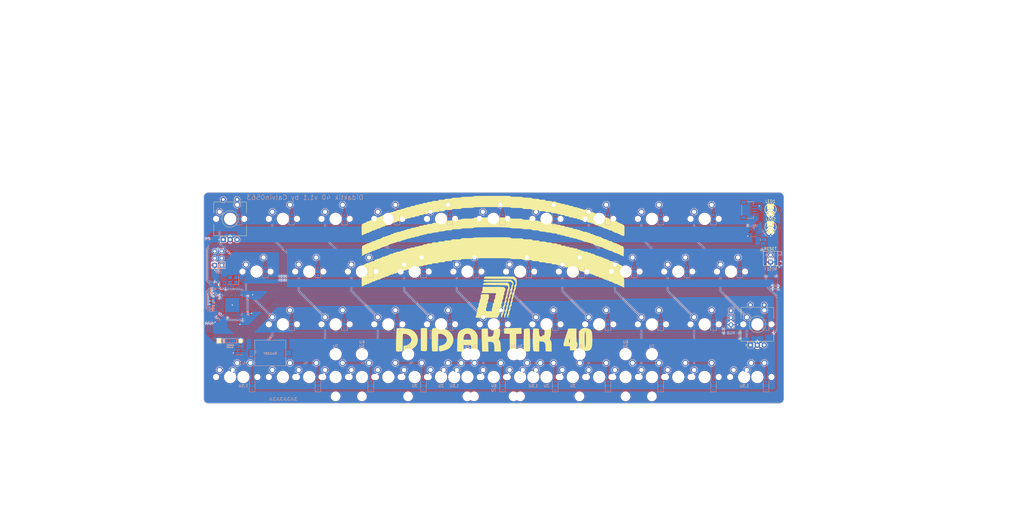
<source format=kicad_pcb>
(kicad_pcb (version 20221018) (generator pcbnew)
  (layers (0 "F.Cu" signal) (31 "B.Cu" signal) (34 "B.Paste" user) (35 "F.Paste" user) (36 "B.SilkS" user "B.Silkscreen") (37 "F.SilkS" user "F.Silkscreen") (38 "B.Mask" user) (39 "F.Mask" user) (44 "Edge.Cuts" user))
  (net 0 "")
  (net 1 "Net-(U1-UCAP)")
  (net 2 "Net-(D1-A)")
  (net 3 "Net-(D2-A)")
  (net 4 "Net-(D3-A)")
  (net 5 "Net-(D4-A)")
  (net 6 "Net-(D5-A)")
  (net 7 "Net-(D6-A)")
  (net 8 "Net-(D7-A)")
  (net 9 "Net-(D8-A)")
  (net 10 "Net-(D9-A)")
  (net 11 "Net-(D10-A)")
  (net 12 "Net-(D11-A)")
  (net 13 "Net-(D12-A)")
  (net 14 "Net-(D13-A)")
  (net 15 "Net-(D14-A)")
  (net 16 "Net-(D15-A)")
  (net 17 "Net-(D16-A)")
  (net 18 "Net-(D17-A)")
  (net 19 "Net-(D18-A)")
  (net 20 "Net-(D19-A)")
  (net 21 "Net-(D20-A)")
  (net 22 "Net-(D21-A)")
  (net 23 "Net-(D22-A)")
  (net 24 "Net-(D23-A)")
  (net 25 "Net-(D24-A)")
  (net 26 "Net-(D26-A)")
  (net 27 "Net-(D27-A)")
  (net 28 "Net-(D28-A)")
  (net 29 "Net-(D29-A)")
  (net 30 "Net-(D30-A)")
  (net 31 "Net-(D31-A)")
  (net 32 "Net-(D32-A)")
  (net 33 "Net-(D33-A)")
  (net 34 "Net-(D34-A)")
  (net 35 "Net-(D35-A)")
  (net 36 "Net-(D36-A)")
  (net 37 "Net-(D37-A)")
  (net 38 "Net-(D38-A)")
  (net 39 "COL0")
  (net 40 "COL1")
  (net 41 "COL3")
  (net 42 "COL4")
  (net 43 "Net-(D39-A)")
  (net 44 "Net-(D40-A)")
  (net 45 "Net-(D41-A)")
  (net 46 "Net-(D42-A)")
  (net 47 "Net-(D43-A)")
  (net 48 "XTAL1")
  (net 49 "XTAL2")
  (net 50 "MOSI")
  (net 51 "MISO")
  (net 52 "LED capslock")
  (net 53 "LED Power")
  (net 54 "GND")
  (net 55 "D-")
  (net 56 "D+")
  (net 57 "+5V")
  (net 58 "ROTARY_A")
  (net 59 "COL5")
  (net 60 "COL6")
  (net 61 "Net-(Q1-C)")
  (net 62 "VCC")
  (net 63 "SCK")
  (net 64 "ROTARY_C")
  (net 65 "COL7")
  (net 66 "COL8")
  (net 67 "COL9")
  (net 68 "ROW3")
  (net 69 "ROW2")
  (net 70 "ROW1")
  (net 71 "ROW0")
  (net 72 "RESET")
  (net 73 "Net-(Q1-B)")
  (net 74 "Net-(U1-D-)")
  (net 75 "Net-(U1-D+)")
  (net 76 "COL2")
  (net 77 "ROTARY_B")
  (net 78 "ROTARY_D")
  (net 79 "Net-(U1-~{HWB}{slash}PE2)")
  (net 80 "RGB")
  (net 82 "SPEAKER")
  (footprint "MX_Only:MXOnly-1U-NoLED" (layer "F.Cu") (at 88.9 98.425)
    (fp_text reference "SW33")
    (fp_text value "SW_Push_45deg")
  )
  (footprint "MX_Only:MXOnly-1U-NoLED" (layer "F.Cu") (at 127 60.325)
    (fp_text reference "SW15")
    (fp_text value "SW_Push_45deg")
  )
  (footprint "MX_Only:MXOnly-7U-ReversedStabilizers-NoLED" (layer "F.Cu") (at 136.525 98.425)
    (fp_text reference "SW36c1")
    (fp_text value "SW_Push_45deg")
  )
  (footprint "MX_Only:MXOnly-1U-NoLED" (layer "F.Cu") (at 155.575 41.275)
    (fp_text reference "SW7")
    (fp_text value "SW_Push_45deg")
  )
  (footprint "MX_Only:MXOnly-1U-NoLED" (layer "F.Cu") (at 174.625 79.375)
    (fp_text reference "SW27")
    (fp_text value "SW_Push_45deg")
  )
  (footprint "MX_Only:MXOnly-3U-ReversedStabilizers-NoLED" (layer "F.Cu") (at 107.95 98.425)
    (fp_text reference "SW34b1")
    (fp_text value "SW_Push_45deg")
  )
  (footprint "MX_Only:MXOnly-1U-NoLED" (layer "F.Cu") (at 107.95 60.325)
    (fp_text reference "SW14")
    (fp_text value "SW_Push_45deg")
  )
  (footprint "MX_Only:MXOnly-1U-NoLED" (layer "F.Cu") (at 79.375 98.425)
    (fp_text reference "SW33a1")
    (fp_text value "SW_Push_45deg")
  )
  (footprint "MX_Only:MXOnly-1U-NoLED" (layer "F.Cu") (at 193.675 41.275)
    (fp_text reference "SW9")
    (fp_text value "SW_Push_45deg")
  )
  (footprint "Keebio-Parts:LED_3mm" (layer "F.Cu") (at 236.5375 44.45 90)
    (fp_text reference "D42" hide)
    (fp_text value "LED" hide)
  )
  (footprint "MX_Only:MXOnly-1U-NoLED" (layer "F.Cu") (at 212.725 79.375)
    (fp_text reference "SW29")
    (fp_text value "SW_Push_45deg")
  )
  (footprint "MX_Only:MXOnly-1U-NoLED" (layer "F.Cu") (at 174.625 41.275)
    (fp_text reference "SW8")
    (fp_text value "SW_Push_45deg")
  )
  (footprint "MX_Only:MXOnly-2U-ReversedStabilizers-NoLED" (layer "F.Cu") (at 117.475 98.425)
    (fp_text reference "SW35b1")
    (fp_text value "SW_Push_45deg")
  )
  (footprint "MX_Only:MXOnly-1U-NoLED" (layer "F.Cu") (at 60.325 41.275)
    (fp_text reference "SW2")
    (fp_text value "SW_Push_45deg")
  )
  (footprint "MX_Only:MXOnly-1U-NoLED" (layer "F.Cu") (at 107.95 98.425)
    (fp_text reference "SW34")
    (fp_text value "SW_Push_45deg")
  )
  (footprint "MX_Only:MXOnly-1U-NoLED" (layer "F.Cu") (at 117.475 79.375)
    (fp_text reference "SW24")
    (fp_text value "SW_Push_45deg")
  )
  (footprint "MX_Only:MXOnly-1.5U-NoLED" (layer "F.Cu") (at 46.0375 98.425)
    (fp_text reference "SW31")
    (fp_text value "SW_Push_45deg")
  )
  (footprint "MX_Only:MXOnly-1U-NoLED" (layer "F.Cu") (at 174.625 98.425)
    (fp_text reference "SW37a1")
    (fp_text value "SW_Push_45deg")
  )
  (footprint "LOGO" (layer "F.Cu") (at 136.164278 64.98305)
    (fp_text reference "G***" hide)
    (fp_text value "LOGO" hide)
  )
  (footprint "MX_Only:MXOnly-1U-NoLED" (layer "F.Cu") (at 222.25 60.325)
    (fp_text reference "SW20")
    (fp_text value "SW_Push_45deg")
  )
  (footprint "MX_Only:MXOnly-1U-NoLED" (layer "F.Cu") (at 117.475 41.275)
    (fp_text reference "SW5")
    (fp_text value "SW_Push_45deg")
  )
  (footprint "Keebio-Parts:Diode-Hybrid-Back" (layer "F.Cu") (at 41.148 85.344 180)
    (fp_text reference "R5" hide)
    (fp_text value "1k" hide)
  )
  (footprint "MX_Only:MXOnly-1U-NoLED" (layer "F.Cu") (at 231.775 98.425)
    (fp_text reference "SW40a1")
    (fp_text value "SW_Push_45deg")
  )
  (footprint "MX_Only:MXOnly-1U-NoLED" (layer "F.Cu") (at 127 98.425)
    (fp_text reference "SW35")
    (fp_text value "SW_Push_45deg")
  )
  (footprint "MX_Only:MXOnly-1U-NoLED" (layer "F.Cu") (at 41.275 98.425)
    (fp_text reference "SW31a1")
    (fp_text value "SW_Push_45deg")
  )
  (footprint "MX_Only:MXOnly-1U-NoLED" (layer "F.Cu") (at 184.15 98.425)
    (fp_text reference "SW38")
    (fp_text value "SW_Push_45deg")
  )
  (footprint "MX_Only:MXOnly-1U-NoLED" (layer "F.Cu") (at 69.85 60.325)
    (fp_text reference "SW12")
    (fp_text value "SW_Push_45deg")
  )
  (footprint "MX_Only:MXOnly-1U-NoLED" (layer "F.Cu") (at 79.375 79.375)
    (fp_text reference "SW22")
    (fp_text value "SW_Push_45deg")
  )
  (footprint "MX_Only:MXOnly-1.5U-NoLED" (layer "F.Cu") (at 150.8125 98.425)
    (fp_text reference "SW36a1")
    (fp_text value "SW_Push_45deg")
  )
  (footprint "MX_Only:MXOnly-2U-ReversedStabilizers-NoLED" (layer "F.Cu") (at 155.575 98.425)
    (fp_text reference "SW36b1")
    (fp_text value "SW_Push_45deg")
  )
  (footprint "MX_Only:MXOnly-1U-NoLED" (layer "F.Cu") (at 212.725 41.275)
    (fp_text reference "SW10")
    (fp_text value "SW_Push_45deg")
  )
  (footprint "Keebio-Parts:LED_3mm" (layer "F.Cu") (at 236.5375 38.1 90)
    (fp_text reference "D43" hide)
    (fp_text value "LED" hide)
  )
  (footprint "MX_Only:MXOnly-6U-Centered-ReversedStabilizers-NoLED" (layer "F.Cu") (at 136.525 98.425)
    (fp_text reference "SW35c1")
    (fp_text value "SW_Push_45deg")
  )
  (footprint "MX_Only:MXOnly-1U-NoLED" (layer "F.Cu") (at 136.398 41.275)
    (fp_text reference "SW6")
    (fp_text value "SW_Push_45deg")
  )
  (footprint "MX_Only:MXOnly-1U-NoLED" (layer "F.Cu") (at 203.2 60.325)
    (fp_text reference "SW19")
    (fp_text value "SW_Push_45deg")
  )
  (footprint "MX_Only:MXOnly-1U-NoLED" (layer "F.Cu") (at 79.375 41.275)
    (fp_text reference "SW3")
    (fp_text value "SW_Push_45deg")
  )
  (footprint "MX_Only:MXOnly-1U-NoLED" (layer "F.Cu") (at 165.1 60.325)
    (fp_text reference "SW17")
    (fp_text value "SW_Push_45deg")
  )
  (footprint "MX_Only:MXOnly-1U-NoLED" (layer "F.Cu") (at 203.2 98.425)
    (fp_text reference "SW39")
    (fp_text value "SW_Push_45deg")
  )
  (footprint "MX_Only:MXOnly-1U-NoLED" (layer "F.Cu") (at 50.8 60.325)
    (fp_text reference "SW11")
    (fp_text value "SW_Push_45deg")
  )
  (footprint "MX_Only:MXOnly-1U-NoLED" (layer "F.Cu") (at 60.325 79.375)
    (fp_text reference "SW21")
    (fp_text value "SW_Push_45deg")
  )
  (footprint "MX_Only:MXOnly-1U-NoLED" (layer "F.Cu") (at 146.05 60.325)
    (fp_text reference "SW16")
    (fp_text value "SW_Push_45deg")
  )
  (footprint "MX_Only:MXOnly-1U-NoLED" (layer "F.Cu") (at 184.15 60.325)
    (fp_text reference "SW18")
    (fp_text value "SW_Push_45deg")
  )
  (footprint "Keebio-Parts:RotaryEncoder_EC11-no-legs" (layer "F.Cu") (at 231.775 79.375 90)
    (fp_text reference "SW42")
    (fp_text value "RotaryEncoder_Switch")
  )
  (footprint "MX_Only:MXOnly-1U-NoLED" (layer "F.Cu") (at 60.325 98.425)
    (fp_text reference "SW32a1")
    (fp_text value "SW_Push_45deg")
  )
  (footprint "LOGO" (layer "F.Cu") (at 136.525 84.963)
    (fp_text reference "G***" hide)
    (fp_text value "LOGO" hide)
  )
  (footprint "MX_Only:MXOnly-3U-ReversedStabilizers-NoLED" (layer "F.Cu") (at 165.1 98.425)
    (fp_text reference "SW37b1")
    (fp_text value "SW_Push_45deg")
  )
  (footprint "MX_Only:MXOnly-1U-NoLED" (layer "F.Cu") (at 98.425 98.425)
    (fp_text reference "SW34a1")
    (fp_text value "SW_Push_45deg")
  )
  (footprint "MX_Only:MXOnly-1U-NoLED" (layer "F.Cu") (at 146.05 98.425)
    (fp_text reference "SW36")
    (fp_text value "SW_Push_45deg")
  )
  (footprint "MX_Only:MXOnly-1U-NoLED" (layer "F.Cu") (at 193.675 79.375)
    (fp_text reference "SW28")
    (fp_text value "SW_Push_45deg")
  )
  (footprint "MX_Only:MXOnly-1U-NoLED" (layer "F.Cu") (at 41.275 41.275)
    (fp_text reference "SW1")
    (fp_text value "SW_Push_45deg")
  )
  (footprint "MX_Only:MXOnly-1.5U-NoLED" (layer "F.Cu") (at 227.0125 98.425)
    (fp_text reference "SW40")
    (fp_text value "SW_Push_45deg")
  )
  (footprint "random-keyboard-parts:SKQG-1155865" (layer "F.Cu") (at 236.5375 55.5625)
    (fp_text reference "SW_Reset1" hide)
    (fp_text value "SW_Push")
  )
  (footprint "MX_Only:MXOnly-1U-NoLED" (layer "F.Cu") (at 212.725 98.425)
    (fp_text reference "SW39a1")
    (fp_text value "SW_Push_45deg")
  )
  (footprint "MX_Only:MXOnly-1U-NoLED" (layer "F.Cu") (at 165.1 98.425)
    (fp_text reference "SW37")
    (fp_text value "SW_Push_45deg")
  )
  (footprint "MX_Only:MXOnly-1U-NoLED" (layer "F.Cu") (at 98.425 41.275)
    (fp_text reference "SW4")
    (fp_text value "SW_Push_45deg")
  )
  (footprint "MX_Only:MXOnly-1.5U-NoLED" (layer "F.Cu") (at 122.2375 98.425)
    (fp_text reference "SW35a1")
    (fp_text value "SW_Push_45deg")
  )
  (footprint "MX_Only:MXOnly-1U-NoLED" (layer "F.Cu") (at 69.85 98.425)
    (fp_text reference "SW32")
    (fp_text value "SW_Push_45deg")
  )
  (footprint "MX_Only:MXOnly-1U-NoLED" (layer "F.Cu") (at 155.575 79.375)
    (fp_text reference "SW26")
    (fp_text value "SW_Push_45deg")
  )
  (footprint "MX_Only:MXOnly-1U-NoLED" (layer "F.Cu") (at 231.775 79.375)
    (fp_text reference "SW30")
    (fp_text value "SW_Push_45deg")
  )
  (footprint "MX_Only:MXOnly-1U-NoLED" (layer "F.Cu") (at 193.675 98.425)
    (fp_text reference "SW38a1")
    (fp_text value "SW_Push_45deg")
  )
  (footprint "MX_Only:MXOnly-1U-NoLED" (layer "F.Cu") (at 88.9 60.325)
    (fp_text reference "SW13")
    (fp_text value "SW_Push_45deg")
  )
  (footprint "Keebio-Parts:RotaryEncoder_EC11-no-legs" (layer "F.Cu") (at 41.275 41.275 90)
    (fp_text reference "SW41")
    (fp_text value "RotaryEncoder_Switch")
  )
  (footprint "MX_Only:MXOnly-1U-NoLED" (layer "F.Cu") (at 136.525 79.375)
    (fp_text reference "SW25")
    (fp_text value "SW_Push_45deg")
  )
  (footprint "MX_Only:MXOnly-1U-NoLED" (layer "F.Cu") (at 98.425 79.375)
    (fp_text reference "SW23")
    (fp_text value "SW_Push_45deg")
  )
  (footprint "Diode_SMD:D_SOD-123F" (layer "B.Cu") (at 177.8 101.6 90)
    (fp_text reference "D29" hide)
    (fp_text value "D_Small")
  )
  (footprint "Connector_PinHeader_2.54mm:PinHeader_1x03_P2.54mm_Vertical" (layer "B.Cu") (at 222.25 74.45375 180)
    (fp_text reference "J3" hide)
    (fp_text value "Conn_01x03")
  )
  (footprint "Diode_SMD:D_SOD-123F" (layer "B.Cu") (at 73.025 60.325 90)
    (fp_text reference "D6" hide)
    (fp_text value "D_Small")
  )
  (footprint "Capacitor_SMD:C_0402_1005Metric" (layer "B.Cu") (at 38.7985 65.405 90)
    (fp_text reference "C1" hide)
    (fp_text value "0.1uF")
  )
  (footprint "Diode_SMD:D_SOD-123F" (layer "B.Cu") (at 111.125 60.325 90)
    (fp_text reference "D14" hide)
    (fp_text value "D_Small")
  )
  (footprint "Diode_SMD:D_SOD-123F" (layer "B.Cu") (at 234.95 79.375 90)
    (fp_text reference "D40" hide)
    (fp_text value "D_Small")
  )
  (footprint "Diode_SMD:D_SOD-123F" (layer "B.Cu") (at 73.025 101.6 90)
    (fp_text reference "D8" hide)
    (fp_text value "D_Small")
  )
  (footprint "Diode_SMD:D_SOD-123F" (layer "B.Cu") (at 63.5 79.375 90)
    (fp_text reference "D3" hide)
    (fp_text value "D_Small")
  )
  (footprint "Diode_SMD:D_SOD-123F" (layer "B.Cu") (at 215.9 79.375 90)
    (fp_text reference "D36" hide)
    (fp_text value "D_Small")
  )
  (footprint "Diode_SMD:D_SOD-123F" (layer "B.Cu") (at 196.85 79.375 90)
    (fp_text reference "D32" hide)
    (fp_text value "D_Small")
  )
  (footprint "Capacitor_SMD:C_0402_1005Metric" (layer "B.Cu") (at 38.7985 63.33725 90)
    (fp_text reference "C4" hide)
    (fp_text value "22pF")
  )
  (footprint "Diode_SMD:D_SOD-123F" (layer "B.Cu") (at 44.45 41.275 90)
    (fp_text reference "D1" hide)
    (fp_text value "D_Small")
  )
  (footprint "Resistor_SMD:R_0402_1005Metric" (layer "B.Cu") (at 47.625 75.438)
    (fp_text reference "R4" hide)
    (fp_text value "10k")
  )
  (footprint "Crystal:Crystal_SMD_3225-4Pin_3.2x2.5mm" (layer "B.Cu") (at 42.3545 63.33725 180)
    (fp_text reference "Y1" hide)
    (fp_text value "Crystal_GND24_Small" hide)
  )
  (footprint "Diode_SMD:D_SOD-123F" (layer "B.Cu") (at 120.65 79.375 90)
    (fp_text reference "D15" hide)
    (fp_text value "D_Small")
  )
  (footprint "Package_DFN_QFN:QFN-44-1EP_7x7mm_P0.5mm_EP5.2x5.2mm" (layer "B.Cu") (at 42.037 72.41775)
    (fp_text reference "U1" hide)
    (fp_text value "ATmega32U4-M" hide)
  )
  (footprint "Package_TO_SOT_SMD:SOT-23" (layer "B.Cu") (at 44.958 88.773)
    (fp_text reference "Q1" hide)
    (fp_text value "2N2222")
  )
  (footprint "Diode_SMD:D_SOD-123F" (layer "B.Cu") (at 196.85 41.275 90)
    (fp_text reference "D34" hide)
    (fp_text value "D_Small")
  )
  (footprint "Diode_SMD:D_SOD-123F" (layer "B.Cu") (at 158.75 79.375 90)
    (fp_text reference "D23" hide)
    (fp_text value "D_Small")
  )
  (footprint "Diode_SMD:D_SOD-123F" (layer "B.Cu") (at 139.7 41.275 90)
    (fp_text reference "D21" hide)
    (fp_text value "D_Small")
  )
  (footprint "Diode_SMD:D_SOD-123F" (layer "B.Cu") (at 225.425 60.325 90)
    (fp_text reference "D39" hide)
    (fp_text value "D_Small")
  )
  (footprint "Diode_SMD:D_SOD-123F" (layer "B.Cu") (at 177.8 41.275 90)
    (fp_text reference "D30" hide)
    (fp_text value "D_Small")
  )
  (footprint "Diode_SMD:D_SOD-123F" (layer "B.Cu") (at 234.95 101.6 90)
    (fp_text reference "D41" hide)
    (fp_text value "D_Small")
  )
  (footprint "Diode_SMD:D_SOD-123F" (layer "B.Cu") (at 139.7 101.6 90)
    (fp_text reference "D20" hide)
    (fp_text value "D_Small")
  )
  (footprint "Diode_SMD:D_SOD-123F" (layer "B.Cu") (at 158.75 101.6 90)
    (fp_text reference "D24" hide)
    (fp_text value "D_Small")
  )
  (footprint "Fuse:Fuse_1206_3216Metric" (layer "B.Cu") (at 233.807 48.768 -90)
    (fp_text reference "F1" hide)
    (fp_text value "500mA")
  )
  (footprint "Diode_SMD:D_SOD-123F" (layer "B.Cu") (at 158.75 41.275 90)
    (fp_text reference "D26" hide)
    (fp_text value "D_Small")
  )
  (footprint "Resistor_SMD:R_0402_1005Metric" (layer "B.Cu") (at 55.753 84.505577 180)
    (fp_text reference "R6" hide)
    (fp_text value "1k")
  )
  (footprint "Diode_SMD:D_SOD-123F" (layer "B.Cu") (at 149.225 60.325 90)
    (fp_text reference "D22" hide)
    (fp_text value "D_Small")
  )
  (footprint "random-keyboard-parts:JST-SR-4" (layer "B.Cu") (at 225.95 38.1 90)
    (fp_text reference "J1" hide)
    (fp_text value "Conn_01x04_MountingPin")
  )
  (footprint "Diode_SMD:D_SOD-123F" (layer "B.Cu") (at 101.6 41.275 90)
    (fp_text reference "D13" hide)
    (fp_text value "D_Small")
  )
  (footprint "random-keyboard-parts:Reset_Pretty-Mask" (layer "B.Cu") (at 36.957 55.499 180)
    (fp_text reference "J2")
    (fp_text value "AVR-ISP-6")
  )
  (footprint "Capacitor_SMD:C_0402_1005Metric" (layer "B.Cu") (at 45.7835 63.33725 -90)
    (fp_text reference "C3" hide)
    (fp_text value "22pF")
  )
  (footprint "Diode_SMD:D_SOD-123F" (layer "B.Cu") (at 82.55 79.375 90)
    (fp_text reference "D7" hide)
    (fp_text value "D_Small")
  )
  (footprint "Diode_SMD:D_SOD-123F" (layer "B.Cu") (at 49.2125 101.6 90)
    (fp_text reference "D4" hide)
    (fp_text value "D_Small")
  )
  (footprint "Resistor_SMD:R_0402_1005Metric" (layer "B.Cu") (at 34.8615 73.24325)
    (fp_text reference "R2" hide)
    (fp_text value "22")
  )
  (footprint "Diode_SMD:D_SOD-123F" (layer "B.Cu") (at 215.9 41.275 90)
    (fp_text reference "D38" hide)
    (fp_text value "D_Small")
  )
  (footprint "Resistor_SMD:R_0402_1005Metric" (layer "B.Cu") (at 37.084 65.024)
    (fp_text reference "R3" hide)
    (fp_text value "10k")
  )
  (footprint "Diode_SMD:D_SOD-123F" (layer "B.Cu") (at 187.325 60.325 90)
    (fp_text reference "D31" hide)
    (fp_text value "D_Small")
  )
  (footprint "Diode_SMD:D_SOD-123F" (layer "B.Cu") (at 53.975 60.325 90)
    (fp_text reference "D2" hide)
    (fp_text value "D_Small")
  )
  (footprint "Keebio-Parts:AST1109MLTRQ" (layer "B.Cu") (at 55.753 89.789 180)
    (fp_text reference "LS1" hide)
    (fp_text value "Speaker")
  )
  (footprint "Diode_SMD:D_SOD-123F" (layer "B.Cu") (at 82.55 41.275 90)
    (fp_text reference "D9" hide)
    (fp_text value "D_Small")
  )
  (footprint "Diode_SMD:D_SOD-123F" (layer "B.Cu") (at 92.075 101.6 90)
    (fp_text reference "D12" hide)
    (fp_text value "D_Small")
  )
  (footprint "Diode_SMD:D_SOD-123F" (layer "B.Cu") (at 206.375 60.325 90)
    (fp_text reference "D35" hide)
    (fp_text value "D_Small")
  )
  (footprint "Resistor_SMD:R_0402_1005Metric" (layer "B.Cu") (at 239.769074 38.1 90)
    (fp_text reference "R9" hide)
    (fp_text value "220 ohm")
  )
  (footprint "Diode_SMD:D_SOD-123F" (layer "B.Cu") (at 196.85 101.6 90)
    (fp_text reference "D33" hide)
    (fp_text value "D_Small")
  )
  (footprint "Diode_SMD:D_SOD-123F" (layer "B.Cu") (at 120.65 41.2125 90)
    (fp_text reference "D17" hide)
    (fp_text value "D_Small")
  )
  (footprint "Diode_SMD:D_SOD-123F" (layer "B.Cu") (at 168.275 60.325 90)
    (fp_text reference "D27" hide)
    (fp_text value "D_Small")
  )
  (footprint "Package_TO_SOT_SMD:SOT-143" (layer "B.Cu") (at 230.505 46.101)
    (fp_text reference "D25" hide)
    (fp_text value "PRTR5V0U2X")
  )
  (footprint "Diode_SMD:D_SOD-123F" (layer "B.Cu") (at 111.125 101.6 90)
    (fp_text reference "D16" hide)
    (fp_text value "D_Small")
  )
  (footprint "Diode_SMD:D_SOD-123F" (layer "B.Cu") (at 177.8 79.375 90)
    (fp_text reference "D28" hide)
    (fp_text value "D_Small")
  )
  (footprint "Diode_SMD:D_SOD-123F" (layer "B.Cu") (at 130.175 60.325 90)
    (fp_text reference "D18" hide)
    (fp_text value "D_Small")
  )
  (footprint "Resistor_SMD:R_0402_1005Metric" (layer "B.Cu") (at 239.7125 44.45 90)
    (fp_text reference "R8" hide)
    (fp_text value "220 ohm")
  )
  (footprint "Diode_SMD:D_SOD-123F" (layer "B.Cu") (at 63.5 41.275 90)
    (fp_text reference "D5" hide)
    (fp_text value "D_Small")
  )
  (footprint "Diode_SMD:D_SOD-123F" (layer "B.Cu") (at 139.7 79.375 90)
    (fp_text reference "D19" hide)
    (fp_text value "D_Small")
  )
  (footprint "Capacitor_SMD:C_0402_1005Metric" (layer "B.Cu") (at 47.498 70.104)
    (fp_text reference "C5" hide)
    (fp_text value "0.1uF")
  )
  (footprint "Diode_SMD:D_SOD-123F" (layer "B.Cu") (at 92.075 60.325 90)
    (fp_text reference "D10" hide)
    (fp_text value "D_Small")
  )
  (footprint "Resistor_SMD:R_0402_1005Metric" (layer "B.Cu") (at 34.8615 74.25925)
    (fp_text reference "R1" hide)
    (fp_text value "22")
  )
  (footprint "Connector_PinHeader_2.54mm:PinHeader_1x02_P2.54mm_Vertical" (layer "B.Cu") (at 236.5375 56.8375)
    (fp_text reference "SW_Reset2" hide)
    (fp_text value "SW_Push")
  )
  (footprint "Capacitor_SMD:C_0402_1005Metric" (layer "B.Cu") (at 44.831 77.851 -90)
    (fp_text reference "C7" hide)
    (fp_text value "0.1uF")
  )
  (footprint "Capacitor_SMD:C_0402_1005Metric" (layer "B.Cu") (at 35.7505 72.10025 180)
    (fp_text reference "C6" hide)
    (fp_text value "1uF")
  )
  (footprint "Diode_SMD:D_SOD-123F" (layer "B.Cu") (at 215.9 101.6 90)
    (fp_text reference "D37" hide)
    (fp_text value "D_Small")
  )
  (footprint "Capacitor_SMD:C_0402_1005Metric" (layer "B.Cu") (at 37.0205 77.43425 -135)
    (fp_text reference "C2" hide)
    (fp_text value "0.1uF")
  )
  (footprint "Capacitor_SMD:C_0402_1005Metric" (layer "B.Cu") (at 35.1155 70.95725 180)
    (fp_text reference "C8" hide)
    (fp_text value "10uF")
  )
  (footprint "Diode_SMD:D_SOD-123F" (layer "B.Cu") (at 101.6 79.375 90)
    (fp_text reference "D11" hide)
    (fp_text value "D_Small")
  )
  (gr_arc (start 33.3375 107.95) (mid 32.214968 107.485032) (end 31.75 106.3625) (stroke (width 0.15)) (layer "Edge.Cuts"))
  (gr_line (start 33.3375 31.75) (end 239.7125 31.75) (stroke (width 0.15)) (layer "Edge.Cuts"))
  (gr_line (start 31.75 106.3625) (end 31.75 33.3375) (stroke (width 0.15)) (layer "Edge.Cuts"))
  (gr_arc (start 241.3 106.3625) (mid 240.835032 107.485032) (end 239.7125 107.95) (stroke (width 0.15)) (layer "Edge.Cuts"))
  (gr_line (start 239.7125 107.95) (end 33.3375 107.95) (stroke (width 0.15)) (layer "Edge.Cuts"))
  (gr_arc (start 239.7125 31.75) (mid 240.835032 32.214968) (end 241.3 33.3375) (stroke (width 0.15)) (layer "Edge.Cuts"))
  (gr_arc (start 31.75 33.3375) (mid 32.214968 32.214968) (end 33.3375 31.75) (stroke (width 0.15)) (layer "Edge.Cuts"))
  (gr_line (start 241.3 33.3375) (end 241.3 106.3625) (stroke (width 0.15)) (layer "Edge.Cuts"))
  (gr_text "6U" (at 88.9 85.725) (layer "B.SilkS") (effects (font (size 1 1)) (justify mirror)))
  (gr_text "2U" (at 129.412659 87.29455) (layer "B.SilkS") (effects (font (size 1 1)) (justify mirror)))
  (gr_text "Didaktik 40 v1.1 by Calvin0563" (at 68.326 33.528) (layer "B.SilkS") (effects (font (size 1.75 1.75)) (justify mirror)))
  (gr_text "6U" (at 184.15 85.725) (layer "B.SilkS") (effects (font (size 1 1)) (justify mirror)))
  (gr_text "7U" (at 79.375 87.3125) (layer "B.SilkS") (effects (font (size 1 1)) (justify mirror)))
  (gr_text "RGB" (at 222.25 82.55) (layer "B.SilkS") (effects (font (size 1 1)) (justify mirror)))
  (gr_text "3U" (at 165.1 101.6) (layer "B.SilkS") (effects (font (size 1 1)) (justify mirror)))
  (gr_text "2U" (at 105.510451 87.429084) (layer "B.SilkS") (effects (font (size 1 1)) (justify mirror)))
  (gr_text "ISP" (at 36.957 60.579) (layer "B.SilkS") (effects (font (size 1 1)) (justify mirror)))
  (gr_text "RESET\n" (at 236.5375 59.53125) (layer "B.SilkS") (effects (font (size 1 1)) (justify mirror)))
  (gr_text "1.5U" (at 150.8125 101.6) (layer "B.SilkS") (effects (font (size 1 1)) (justify mirror)))
  (gr_text "1.5U" (at 122.2375 101.6) (layer "B.SilkS") (effects (font (size 1 1)) (justify mirror)))
  (gr_text "3U" (at 107.95 101.6) (layer "B.SilkS") (effects (font (size 1 1)) (justify mirror)))
  (gr_text "7U" (at 193.675 87.3125) (layer "B.SilkS") (effects (font (size 1 1)) (justify mirror)))
  (gr_text "2U" (at 155.575 101.6) (layer "B.SilkS") (effects (font (size 1 1)) (justify mirror)))
  (gr_text "1.5U" (at 46.0375 101.6) (layer "B.SilkS") (effects (font (size 1 1)) (justify mirror)))
  (gr_text "7U" (at 136.525 103.1875) (layer "B.SilkS") (effects (font (size 1 1)) (justify mirror)))
  (gr_text "JLCJLCJLCJLC" (at 60.325 106.3625) (layer "B.SilkS") (effects (font (size 1 1))))
  (gr_text "1.5U" (at 227.0125 101.6) (layer "B.SilkS") (effects (font (size 1 1)) (justify mirror)))
  (gr_text "6U" (at 136.525 101.6) (layer "B.SilkS") (effects (font (size 1 1)) (justify mirror)))
  (gr_text "3U" (at 184.15 87.3125) (layer "B.SilkS") (effects (font (size 1 1)) (justify mirror)))
  (gr_text "2U" (at 143.556628 87.292984) (layer "B.SilkS") (effects (font (size 1 1)) (justify mirror)))
  (gr_text "3U" (at 127 87.3125) (layer "B.SilkS") (effects (font (size 1 1)) (justify mirror)))
  (gr_text "3U" (at 88.9 87.3125) (layer "B.SilkS") (effects (font (size 1 1)) (justify mirror)))
  (gr_text "2U" (at 167.503681 87.24814) (layer "B.SilkS") (effects (font (size 1 1)) (justify mirror)))
  (gr_text "3U" (at 146.05 87.3125) (layer "B.SilkS") (effects (font (size 1 1)) (justify mirror)))
  (gr_text "2U" (at 117.475 101.6) (layer "B.SilkS") (effects (font (size 1 1)) (justify mirror)))
  (gr_text "resistor \nbuzzer" (at 41.148 87.249) (layer "B.SilkS") (effects (font (size 0.5 0.5) (thickness 0.125)) (justify mirror)))
  (gr_text "buzzer" (at 55.753 89.789) (layer "B.SilkS") (effects (font (size 1 1)) (justify mirror)))
  (gr_text "LED2\n\n" (at 236.601 42.164) (layer "F.SilkS") (effects (font (size 1 1))))
  (gr_text "RESET\n" (at 236.474 52.07) (layer "F.SilkS") (effects (font (size 1 1))))
  (gr_text "LED1\n" (at 236.474 34.925) (layer "F.SilkS") (effects (font (size 1 1))))
  (segment (start 38.6995 72.41775) (end 36.548 72.41775) (width 0.25) (layer "B.Cu") (net 1))
  (segment (start 36.548 72.41775) (end 36.2305 72.10025) (width 0.25) (layer "B.Cu") (net 1))
  (segment (start 43.815 36.195) (end 44.45 36.83) (width 0.25) (layer "B.Cu") (net 2))
  (segment (start 43.775 36.155) (end 43.815 36.195) (width 0.25) (layer "B.Cu") (net 2))
  (segment (start 44.45 36.83) (end 44.45 39.625) (width 0.25) (layer "B.Cu") (net 2))
  (segment (start 43.775 34.275) (end 43.775 36.155) (width 0.25) (layer "B.Cu") (net 2))
  (segment (start 53.975 55.88) (end 53.975 58.675) (width 0.25) (layer "B.Cu") (net 3))
  (segment (start 53.34 55.245) (end 53.975 55.88) (width 0.25) (layer "B.Cu") (net 3))
  (segment (start 63.5 74.93) (end 63.5 77.725) (width 0.25) (layer "B.Cu") (net 4))
  (segment (start 62.865 74.295) (end 63.5 74.93) (width 0.25) (layer "B.Cu") (net 4))
  (segment (start 43.815 93.345) (end 48.5775 93.345) (width 0.25) (layer "B.Cu") (net 5))
  (segment (start 48.5775 93.345) (end 49.2125 93.98) (width 0.25) (layer "B.Cu") (net 5))
  (segment (start 49.2125 93.98) (end 49.2125 99.95) (width 0.25) (layer "B.Cu") (net 5))
  (segment (start 63.5 36.83) (end 63.5 39.625) (width 0.25) (layer "B.Cu") (net 6))
  (segment (start 62.865 36.195) (end 63.5 36.83) (width 0.25) (layer "B.Cu") (net 6))
  (segment (start 73.025 55.88) (end 73.025 58.675) (width 0.25) (layer "B.Cu") (net 7))
  (segment (start 72.39 55.245) (end 73.025 55.88) (width 0.25) (layer "B.Cu") (net 7))
  (segment (start 81.915 74.295) (end 82.55 74.93) (width 0.25) (layer "B.Cu") (net 8))
  (segment (start 82.55 74.93) (end 82.55 77.725) (width 0.25) (layer "B.Cu") (net 8))
  (segment (start 72.39 93.345) (end 73.025 93.98) (width 0.25) (layer "B.Cu") (net 9))
  (segment (start 73.025 93.98) (end 73.025 99.95) (width 0.25) (layer "B.Cu") (net 9))
  (segment (start 62.865 93.345) (end 72.39 93.345) (width 0.25) (layer "B.Cu") (net 9))
  (segment (start 81.915 36.195) (end 82.55 36.83) (width 0.25) (layer "B.Cu") (net 10))
  (segment (start 82.55 36.83) (end 82.55 39.625) (width 0.25) (layer "B.Cu") (net 10))
  (segment (start 91.44 55.245) (end 92.075 55.88) (width 0.25) (layer "B.Cu") (net 11))
  (segment (start 92.075 55.88) (end 92.075 58.675) (width 0.25) (layer "B.Cu") (net 11))
  (segment (start 100.965 74.295) (end 101.6 74.93) (width 0.25) (layer "B.Cu") (net 12))
  (segment (start 101.6 74.93) (end 101.6 77.725) (width 0.25) (layer "B.Cu") (net 12))
  (segment (start 92.075 93.98) (end 92.075 99.95) (width 0.25) (layer "B.Cu") (net 13))
  (segment (start 81.915 93.345) (end 91.44 93.345) (width 0.25) (layer "B.Cu") (net 13))
  (segment (start 91.44 93.345) (end 92.075 93.98) (width 0.25) (layer "B.Cu") (net 13))
  (segment (start 100.965 36.195) (end 101.6 36.83) (width 0.25) (layer "B.Cu") (net 14))
  (segment (start 101.6 36.83) (end 101.6 39.625) (width 0.25) (layer "B.Cu") (net 14))
  (segment (start 111.125 55.88) (end 111.125 58.675) (width 0.25) (layer "B.Cu") (net 15))
  (segment (start 110.49 55.245) (end 111.125 55.88) (width 0.25) (layer "B.Cu") (net 15))
  (segment (start 120.65 74.93) (end 120.65 77.725) (width 0.25) (layer "B.Cu") (net 16))
  (segment (start 120.015 74.295) (end 120.65 74.93) (width 0.25) (layer "B.Cu") (net 16))
  (segment (start 111.125 93.98) (end 111.125 99.95) (width 0.25) (layer "B.Cu") (net 17))
  (segment (start 100.965 93.345) (end 110.49 93.345) (width 0.25) (layer "B.Cu") (net 17))
  (segment (start 110.49 93.345) (end 111.125 93.98) (width 0.25) (layer "B.Cu") (net 17))
  (segment (start 120.65 36.83) (end 120.65 39.5625) (width 0.25) (layer "B.Cu") (net 18))
  (segment (start 120.015 36.195) (end 120.65 36.83) (width 0.25) (layer "B.Cu") (net 18))
  (segment (start 129.54 55.245) (end 130.175 55.88) (width 0.25) (layer "B.Cu") (net 19))
  (segment (start 130.175 55.88) (end 130.175 58.675) (width 0.25) (layer "B.Cu") (net 19))
  (segment (start 139.065 74.295) (end 139.7 74.93) (width 0.25) (layer "B.Cu") (net 20))
  (segment (start 139.7 74.93) (end 139.7 77.725) (width 0.25) (layer "B.Cu") (net 20))
  (segment (start 139.7 93.98) (end 139.7 99.95) (width 0.25) (layer "B.Cu") (net 21))
  (segment (start 120.015 93.345) (end 124.7775 93.345) (width 0.25) (layer "B.Cu") (net 21))
  (segment (start 124.7775 93.345) (end 129.54 93.345) (width 0.25) (layer "B.Cu") (net 21))
  (segment (start 139.065 93.345) (end 139.7 93.98) (width 0.25) (layer "B.Cu") (net 21))
  (segment (start 129.54 93.345) (end 139.065 93.345) (width 0.25) (layer "B.Cu") (net 21))
  (segment (start 139.7 36.957) (end 139.7 39.625) (width 0.25) (layer "B.Cu") (net 22))
  (segment (start 138.938 36.195) (end 139.7 36.957) (width 0.25) (layer "B.Cu") (net 22))
  (segment (start 149.225 55.88) (end 149.225 58.675) (width 0.25) (layer "B.Cu") (net 23))
  (segment (start 148.59 55.245) (end 149.225 55.88) (width 0.25) (layer "B.Cu") (net 23))
  (segment (start 158.75 74.93) (end 158.75 77.725) (width 0.25) (layer "B.Cu") (net 24))
  (segment (start 158.115 74.295) (end 158.75 74.93) (width 0.25) (layer "B.Cu") (net 24))
  (segment (start 148.59 93.345) (end 153.3525 93.345) (width 0.25) (layer "B.Cu") (net 25))
  (segment (start 158.75 93.98) (end 158.75 99.95) (width 0.25) (layer "B.Cu") (net 25))
  (segment (start 158.115 93.345) (end 158.75 93.98) (width 0.25) (layer "B.Cu") (net 25))
  (segment (start 153.3525 93.345) (end 158.115 93.345) (width 0.25) (layer "B.Cu") (net 25))
  (segment (start 158.115 36.195) (end 158.75 36.83) (width 0.25) (layer "B.Cu") (net 26))
  (segment (start 158.75 36.83) (end 158.75 39.625) (width 0.25) (layer "B.Cu") (net 26))
  (segment (start 167.64 55.245) (end 168.275 55.88) (width 0.25) (layer "B.Cu") (net 27))
  (segment (start 168.275 55.88) (end 168.275 58.675) (width 0.25) (layer "B.Cu") (net 27))
  (segment (start 177.8 74.93) (end 177.8 77.725) (width 0.25) (layer "B.Cu") (net 28))
  (segment (start 177.165 74.295) (end 177.8 74.93) (width 0.25) (layer "B.Cu") (net 28))
  (segment (start 177.8 93.98) (end 177.8 99.95) (width 0.25) (layer "B.Cu") (net 29))
  (segment (start 177.165 93.345) (end 177.8 93.98) (width 0.25) (layer "B.Cu") (net 29))
  (segment (start 167.64 93.345) (end 177.165 93.345) (width 0.25) (layer "B.Cu") (net 29))
  (segment (start 177.8 36.83) (end 177.8 39.625) (width 0.25) (layer "B.Cu") (net 30))
  (segment (start 177.165 36.195) (end 177.8 36.83) (width 0.25) (layer "B.Cu") (net 30))
  (segment (start 187.325 55.88) (end 187.325 58.675) (width 0.25) (layer "B.Cu") (net 31))
  (segment (start 186.69 55.245) (end 187.325 55.88) (width 0.25) (layer "B.Cu") (net 31))
  (segment (start 196.215 74.295) (end 196.85 74.93) (width 0.25) (layer "B.Cu") (net 32))
  (segment (start 196.85 74.93) (end 196.85 77.725) (width 0.25) (layer "B.Cu") (net 32))
  (segment (start 196.215 93.345) (end 196.85 93.98) (width 0.25) (layer "B.Cu") (net 33))
  (segment (start 186.69 93.345) (end 196.215 93.345) (width 0.25) (layer "B.Cu") (net 33))
  (segment (start 196.85 93.98) (end 196.85 99.95) (width 0.25) (layer "B.Cu") (net 33))
  (segment (start 196.215 36.195) (end 196.85 36.83) (width 0.25) (layer "B.Cu") (net 34))
  (segment (start 196.85 36.83) (end 196.85 39.625) (width 0.25) (layer "B.Cu") (net 34))
  (segment (start 206.375 55.88) (end 206.375 58.675) (width 0.25) (layer "B.Cu") (net 35))
  (segment (start 205.74 55.245) (end 206.375 55.88) (width 0.25) (layer "B.Cu") (net 35))
  (segment (start 215.265 74.295) (end 215.9 74.93) (width 0.25) (layer "B.Cu") (net 36))
  (segment (start 215.9 74.93) (end 215.9 77.725) (width 0.25) (layer "B.Cu") (net 36))
  (segment (start 215.265 93.345) (end 215.9 93.98) (width 0.25) (layer "B.Cu") (net 37))
  (segment (start 215.9 93.98) (end 215.9 99.95) (width 0.25) (layer "B.Cu") (net 37))
  (segment (start 205.74 93.345) (end 215.265 93.345) (width 0.25) (layer "B.Cu") (net 37))
  (segment (start 215.265 36.195) (end 215.9 36.83) (width 0.25) (layer "B.Cu") (net 38))
  (segment (start 215.9 36.83) (end 215.9 39.625) (width 0.25) (layer "B.Cu") (net 38))
  (segment (start 56.515 83.35689) (end 43.98689 95.885) (width 0.25) (layer "F.Cu") (net 39))
  (segment (start 37.465 35.585) (end 37.465 38.735) (width 0.25) (layer "F.Cu") (net 39))
  (segment (start 38.775 34.275) (end 37.465 35.585) (width 0.25) (layer "F.Cu") (net 39))
  (segment (start 46.99 57.785) (end 45.135 57.785) (width 0.25) (layer "F.Cu") (net 39))
  (segment (start 46.99 57.785) (end 46.99 67.31) (width 0.25) (layer "F.Cu") (net 39))
  (segment (start 56.515 76.835) (end 56.515 83.35689) (width 0.25) (layer "F.Cu") (net 39))
  (segment (start 45.135 57.785) (end 37.45 50.1) (width 0.25) (layer "F.Cu") (net 39))
  (segment (start 37.45 50.1) (end 37.45 38.75) (width 0.25) (layer "F.Cu") (net 39))
  (segment (start 42.2275 95.885) (end 37.465 95.885) (width 0.25) (layer "F.Cu") (net 39))
  (segment (start 43.98689 95.885) (end 42.2275 95.885) (width 0.25) (layer "F.Cu") (net 39))
  (segment (start 46.99 67.31) (end 56.515 76.835) (width 0.25) (layer "F.Cu") (net 39))
  (segment (start 37.45 38.75) (end 37.465 38.735) (width 0.25) (layer "F.Cu") (net 39))
  (segment (start 54.61698 76.835) (end 49.08698 82.365) (width 0.25) (layer "B.Cu") (net 39))
  (segment (start 41.037 79.90598) (end 41.037 75.75525) (width 0.25) (layer "B.Cu") (net 39))
  (segment (start 43.49602 82.365) (end 41.037 79.90598) (width 0.25) (layer "B.Cu") (net 39))
  (segment (start 56.515 76.835) (end 54.61698 76.835) (width 0.25) (layer "B.Cu") (net 39))
  (segment (start 49.08698 82.365) (end 43.49602 82.365) (width 0.25) (layer "B.Cu") (net 39))
  (segment (start 75.565 86.36) (end 66.04 95.885) (width 0.25) (layer "F.Cu") (net 40))
  (segment (start 56.515 48.26) (end 66.04 57.785) (width 0.25) (layer "F.Cu") (net 40))
  (segment (start 66.04 57.785) (end 66.04 67.31) (width 0.25) (layer "F.Cu") (net 40))
  (segment (start 56.515 38.735) (end 56.515 48.26) (width 0.25) (layer "F.Cu") (net 40))
  (segment (start 66.04 67.31) (end 75.565 76.835) (width 0.25) (layer "F.Cu") (net 40))
  (segment (start 66.04 95.885) (end 56.515 95.885) (width 0.25) (layer "F.Cu") (net 40))
  (segment (start 75.565 76.835) (end 75.565 86.36) (width 0.25) (layer "F.Cu") (net 40))
  (segment (start 48.915584 81.9) (end 58.091584 72.724) (width 0.25) (layer "B.Cu") (net 40))
  (segment (start 48.915584 81.9) (end 43.667416 81.9) (width 0.25) (layer "B.Cu") (net 40))
  (segment (start 41.537 79.769584) (end 41.537 75.75525) (width 0.25) (layer "B.Cu") (net 40))
  (segment (start 58.166 72.724) (end 71.454 72.724) (width 0.25) (layer "B.Cu") (net 40))
  (segment (start 58.166 72.724) (end 58.091584 72.724) (width 0.25) (layer "B.Cu") (net 40))
  (segment (start 75.565 76.835) (end 71.454 72.724) (width 0.25) (layer "B.Cu") (net 40))
  (segment (start 43.667416 81.9) (end 41.537 79.769584) (width 0.25) (layer "B.Cu") (net 40))
  (segment (start 104.14 95.885) (end 94.615 95.885) (width 0.25) (layer "F.Cu") (net 41))
  (segment (start 113.665 86.36) (end 104.14 95.885) (width 0.25) (layer "F.Cu") (net 41))
  (segment (start 94.615 38.735) (end 94.615 48.26) (width 0.25) (layer "F.Cu") (net 41))
  (segment (start 104.14 67.31) (end 113.665 76.835) (width 0.25) (layer "F.Cu") (net 41))
  (segment (start 94.615 48.26) (end 104.14 57.785) (width 0.25) (layer "F.Cu") (net 41))
  (segment (start 113.665 76.835) (end 113.665 86.36) (width 0.25) (layer "F.Cu") (net 41))
  (segment (start 104.14 57.785) (end 104.14 67.31) (width 0.25) (layer "F.Cu") (net 41))
  (segment (start 48.542792 81) (end 57.718792 71.824) (width 0.25) (layer "B.Cu") (net 41))
  (segment (start 57.718792 71.824) (end 108.654 71.824) (width 0.25) (layer "B.Cu") (net 41))
  (segment (start 44.040208 81) (end 48.542792 81) (width 0.25) (layer "B.Cu") (net 41))
  (segment (start 108.654 71.824) (end 113.665 76.835) (width 0.25) (layer "B.Cu") (net 41))
  (segment (start 42.537 75.75525) (end 42.537 79.496792) (width 0.25) (layer "B.Cu") (net 41))
  (segment (start 42.537 79.496792) (end 44.040208 81) (width 0.25) (layer "B.Cu") (net 41))
  (segment (start 123.19 67.31) (end 132.715 76.835) (width 0.25) (layer "F.Cu") (net 42))
  (segment (start 113.665 38.735) (end 113.665 48.26) (width 0.25) (layer "F.Cu") (net 42))
  (segment (start 132.715 95.885) (end 123.19 95.885) (width 0.25) (layer "F.Cu") (net 42))
  (segment (start 132.715 76.835) (end 132.715 95.885) (width 0.25) (layer "F.Cu") (net 42))
  (segment (start 113.665 48.26) (end 123.19 57.785) (width 0.25) (layer "F.Cu") (net 42))
  (segment (start 118.4275 95.885) (end 113.665 95.885) (width 0.25) (layer "F.Cu") (net 42))
  (segment (start 123.19 95.885) (end 118.4275 95.885) (width 0.25) (layer "F.Cu") (net 42))
  (segment (start 123.19 57.785) (end 123.19 67.31) (width 0.25) (layer "F.Cu") (net 42))
  (segment (start 44.226604 80.55) (end 43.037 79.360396) (width 0.25) (layer "B.Cu") (net 42))
  (segment (start 44.226604 80.55) (end 48.356396 80.55) (width 0.25) (layer "B.Cu") (net 42))
  (segment (start 43.037 79.360396) (end 43.037 75.75525) (width 0.25) (layer "B.Cu") (net 42))
  (segment (start 127.254 71.374) (end 57.532396 71.374) (width 0.25) (layer "B.Cu") (net 42))
  (segment (start 57.532396 71.374) (end 48.356396 80.55) (width 0.25) (layer "B.Cu") (net 42))
  (segment (start 132.715 76.835) (end 127.254 71.374) (width 0.25) (layer "B.Cu") (net 42))
  (segment (start 224.79 55.245) (end 225.425 55.88) (width 0.25) (layer "B.Cu") (net 43))
  (segment (start 225.425 55.88) (end 225.425 58.675) (width 0.25) (layer "B.Cu") (net 43))
  (segment (start 234.275 72.375) (end 234.275 74.255) (width 0.25) (layer "B.Cu") (net 44))
  (segment (start 234.315 74.295) (end 234.95 74.93) (width 0.25) (layer "B.Cu") (net 44))
  (segment (start 234.95 74.93) (end 234.95 77.725) (width 0.25) (layer "B.Cu") (net 44))
  (segment (start 234.275 74.255) (end 234.315 74.295) (width 0.25) (layer "B.Cu") (net 44))
  (segment (start 234.315 93.345) (end 234.95 93.98) (width 0.25) (layer "B.Cu") (net 45))
  (segment (start 234.95 93.98) (end 234.95 99.95) (width 0.25) (layer "B.Cu") (net 45))
  (segment (start 229.5525 93.345) (end 234.315 93.345) (width 0.25) (layer "B.Cu") (net 45))
  (segment (start 238.9525 43.18) (end 239.7125 43.94) (width 0.25) (layer "B.Cu") (net 46))
  (segment (start 236.5375 43.18) (end 238.9525 43.18) (width 0.25) (layer "B.Cu") (net 46))
  (segment (start 236.5375 36.83) (end 239.009074 36.83) (width 0.25) (layer "B.Cu") (net 47))
  (segment (start 239.009074 36.83) (end 239.769074 37.59) (width 0.25) (layer "B.Cu") (net 47))
  (segment (start 45.4135 64.18725) (end 45.7835 63.81725) (width 0.25) (layer "B.Cu") (net 48))
  (segment (start 41.987 69.06575) (end 41.987 66.37175) (width 0.25) (layer "B.Cu") (net 48))
  (segment (start 42.037 69.08025) (end 42.0015 69.08025) (width 0.25) (layer "B.Cu") (net 48))
  (segment (start 41.987 66.37175) (end 43.4545 64.90425) (width 0.25) (layer "B.Cu") (net 48))
  (segment (start 43.4545 64.90425) (end 43.4545 64.18725) (width 0.25) (layer "B.Cu") (net 48))
  (segment (start 43.4545 64.18725) (end 45.4135 64.18725) (width 0.25) (layer "B.Cu") (net 48))
  (segment (start 42.0015 69.08025) (end 41.987 69.06575) (width 0.25) (layer "B.Cu") (net 48))
  (segment (start 39.1685 62.48725) (end 41.2545 62.48725) (width 0.25) (layer "B.Cu") (net 49))
  (segment (start 40.9185 62.48725) (end 41.2545 62.48725) (width 0.25) (layer "B.Cu") (net 49))
  (segment (start 41.537 69.08025) (end 41.537 66.32975) (width 0.25) (layer "B.Cu") (net 49))
  (segment (start 38.7985 62.85725) (end 39.1685 62.48725) (width 0.25) (layer "B.Cu") (net 49))
  (segment (start 41.537 66.32975) (end 40.1955 64.98825) (width 0.25) (layer "B.Cu") (net 49))
  (segment (start 40.1955 63.21025) (end 40.9185 62.48725) (width 0.25) (layer "B.Cu") (net 49))
  (segment (start 40.1955 64.98825) (end 40.1955 63.21025) (width 0.25) (layer "B.Cu") (net 49))
  (segment (start 60.325 61.969401) (end 60.325 63.418401) (width 0.25) (layer "F.Cu") (net 50))
  (via (at 60.325 61.969401) (size 0.8) (drill 0.4) (layers "F.Cu" "B.Cu") (net 50))
  (via (at 60.325 63.418401) (size 0.8) (drill 0.4) (layers "F.Cu" "B.Cu") (net 50))
  (segment (start 35.687 55.499) (end 36.957 54.229) (width 0.25) (layer "B.Cu") (net 50))
  (segment (start 43.037 67.069208) (end 43.037 69.08025) (width 0.25) (layer "B.Cu") (net 50))
  (segment (start 60.325 52.959) (end 59.837 52.471) (width 0.25) (layer "B.Cu") (net 50))
  (segment (start 39.751 54.229) (end 41.509 52.471) (width 0.25) (layer "B.Cu") (net 50))
  (segment (start 60.325 63.418401) (end 60.325 65.002) (width 0.25) (layer "B.Cu") (net 50))
  (segment (start 44.585208 65.521) (end 43.037 67.069208) (width 0.25) (layer "B.Cu") (net 50))
  (segment (start 41.509 52.471) (end 59.837 52.471) (width 0.25) (layer "B.Cu") (net 50))
  (segment (start 36.957 54.229) (end 39.751 54.229) (width 0.25) (layer "B.Cu") (net 50))
  (segment (start 59.806 65.521) (end 44.585208 65.521) (width 0.25) (layer "B.Cu") (net 50))
  (segment (start 60.325 65.002) (end 59.806 65.521) (width 0.25) (layer "B.Cu") (net 50))
  (segment (start 60.325 61.969401) (end 60.325 52.959) (width 0.25) (layer "B.Cu") (net 50))
  (segment (start 61.324503 61.969401) (end 61.324503 63.418401) (width 0.25) (layer "F.Cu") (net 51))
  (via (at 61.324503 63.418401) (size 0.8) (drill 0.4) (layers "F.Cu" "B.Cu") (net 51))
  (via (at 61.324503 61.969401) (size 0.8) (drill 0.4) (layers "F.Cu" "B.Cu") (net 51))
  (segment (start 43.537 69.08025) (end 43.537 67.205604) (width 0.25) (layer "B.Cu") (net 51))
  (segment (start 61.324503 65.537497) (end 60.891 65.971) (width 0.25) (layer "B.Cu") (net 51))
  (segment (start 61.324503 52.688503) (end 60.657 52.021) (width 0.25) (layer "B.Cu") (net 51))
  (segment (start 43.537 67.205604) (end 44.771604 65.971) (width 0.25) (layer "B.Cu") (net 51))
  (segment (start 44.771604 65.971) (end 60.891 65.971) (width 0.25) (layer "B.Cu") (net 51))
  (segment (start 61.324503 61.969401) (end 61.324503 52.688503) (width 0.25) (layer "B.Cu") (net 51))
  (segment (start 38.227 52.959) (end 39.751 52.959) (width 0.25) (layer "B.Cu") (net 51))
  (segment (start 61.324503 63.418401) (end 61.324503 65.537497) (width 0.25) (layer "B.Cu") (net 51))
  (segment (start 39.751 52.959) (end 40.689 52.021) (width 0.25) (layer "B.Cu") (net 51))
  (segment (start 40.689 52.021) (end 60.657 52.021) (width 0.25) (layer "B.Cu") (net 51))
  (segment (start 237.280353 65.405) (end 239.2995 65.405) (width 0.25) (layer "F.Cu") (net 52))
  (via (at 237.280353 65.405) (size 0.8) (drill 0.4) (layers "F.Cu" "B.Cu") (net 52))
  (via (at 239.2995 65.405) (size 0.8) (drill 0.4) (layers "F.Cu" "B.Cu") (net 52))
  (segment (start 44.037 67.342) (end 44.037 69.08025) (width 0.25) (layer "B.Cu") (net 52))
  (segment (start 44.958 66.421) (end 44.037 67.342) (width 0.25) (layer "B.Cu") (net 52))
  (segment (start 237.280353 65.405) (end 237.280353 65.586494) (width 0.25) (layer "B.Cu") (net 52))
  (segment (start 239.709014 64.995486) (end 239.709014 64.201986) (width 0.25) (layer "B.Cu") (net 52))
  (segment (start 238.887 59.055) (end 238.887 58.293) (width 0.25) (layer "B.Cu") (net 52))
  (segment (start 239.709014 64.201986) (end 239.709014 59.877014) (width 0.25) (layer "B.Cu") (net 52))
  (segment (start 239.709014 64.201986) (end 239.709014 64.582986) (width 0.25) (layer "B.Cu") (net 52))
  (segment (start 44.958 66.421) (end 236.445847 66.421) (width 0.25) (layer "B.Cu") (net 52))
  (segment (start 239.7125 57.4675) (end 239.7125 44.96) (width 0.25) (layer "B.Cu") (net 52))
  (segment (start 238.887 58.293) (end 239.7125 57.4675) (width 0.25) (layer "B.Cu") (net 52))
  (segment (start 239.2995 65.405) (end 239.709014 64.995486) (width 0.25) (layer "B.Cu") (net 52))
  (segment (start 237.280353 65.586494) (end 236.445847 66.421) (width 0.25) (layer "B.Cu") (net 52))
  (segment (start 239.709014 59.877014) (end 238.887 59.055) (width 0.25) (layer "B.Cu") (net 52))
  (segment (start 239.709014 64.582986) (end 239.709014 64.926101) (width 0.25) (layer "B.Cu") (net 52))
  (segment (start 239.224 66.5995) (end 239.2995 66.675) (width 0.25) (layer "F.Cu") (net 53))
  (segment (start 237.292652 66.5995) (end 239.224 66.5995) (width 0.25) (layer "F.Cu") (net 53))
  (via (at 237.292652 66.5995) (size 0.8) (drill 0.4) (layers "F.Cu" "B.Cu") (net 53))
  (via (at 239.2995 66.675) (size 0.8) (drill 0.4) (layers "F.Cu" "B.Cu") (net 53))
  (segment (start 240.411 65.650412) (end 239.386412 66.675) (width 0.25) (layer "B.Cu") (net 53))
  (segment (start 239.386412 66.675) (end 239.2995 66.675) (width 0.25) (layer "B.Cu") (net 53))
  (segment (start 239.769074 38.61) (end 240.411 39.251926) (width 0.25) (layer "B.Cu") (net 53))
  (segment (start 45.267 66.874) (end 237.018152 66.874) (width 0.25) (layer "B.Cu") (net 53))
  (segment (start 44.537 67.604) (end 44.537 69.08025) (width 0.25) (layer "B.Cu") (net 53))
  (segment (start 45.267 66.874) (end 44.537 67.604) (width 0.25) (layer "B.Cu") (net 53))
  (segment (start 237.292652 66.5995) (end 237.018152 66.874) (width 0.25) (layer "B.Cu") (net 53))
  (segment (start 240.411 39.251926) (end 240.411 65.650412) (width 0.25) (layer "B.Cu") (net 53))
  (segment (start 239.6375 57.4125) (end 239.6375 58.6625) (width 0.25) (layer "F.Cu") (net 54))
  (segment (start 236.5375 58.651931) (end 236.5375 56.8375) (width 0.25) (layer "F.Cu") (net 54))
  (segment (start 239.6375 58.6625) (end 239.649 58.674) (width 0.25) (layer "F.Cu") (net 54))
  (via (at 41.275 47.117) (size 0.8) (drill 0.4) (layers "F.Cu" "B.Cu") (net 54))
  (via (at 239.649 58.674) (size 0.8) (drill 0.4) (layers "F.Cu" "B.Cu") (net 54))
  (via (at 35.8775 78.57725) (size 0.8) (drill 0.4) (layers "F.Cu" "B.Cu") (net 54))
  (via (at 42.037 72.41775) (size 0.8) (drill 0.4) (layers "F.Cu" "B.Cu") (net 54))
  (via (at 224.546022 79.527004) (size 0.8) (drill 0.4) (layers "F.Cu" "B.Cu") (net 54))
  (via (at 49.407299 68.702701) (size 0.8) (drill 0.4) (layers "F.Cu" "B.Cu") (net 54))
  (via (at 49.022 75.438) (size 0.8) (drill 0.4) (layers "F.Cu" "B.Cu") (net 54))
  (via (at 35.687 59.817) (size 0.8) (drill 0.4) (layers "F.Cu" "B.Cu") (net 54))
  (via (at 231.775 85.09) (size 0.8) (drill 0.4) (layers "F.Cu" "B.Cu") (net 54))
  (via (at 232.492031 36.59998) (size 0.8) (drill 0.4) (layers "F.Cu" "B.Cu") (net 54))
  (via (at 236.534647 41.127157) (size 0.8) (drill 0.4) (layers "F.Cu" "B.Cu") (net 54))
  (via (at 236.5375 58.651931) (size 0.8) (drill 0.4) (layers "F.Cu" "B.Cu") (net 54))
  (via (at 33.8655 70.953717) (size 0.8) (drill 0.4) (layers "F.Cu" "B.Cu") (net 54))
  (via (at 33.881233 72.103618) (size 0.8) (drill 0.4) (layers "F.Cu" "B.Cu") (net 54))
  (via (at 44.831 79.375) (size 0.8) (drill 0.4) (layers "F.Cu" "B.Cu") (net 54))
  (via (at 228.346 47.498) (size 0.8) (drill 0.4) (layers "F.Cu" "B.Cu") (net 54))
  (via (at 236.5375 47.476835) (size 0.8) (drill 0.4) (layers "F.Cu" "B.Cu") (net 54))
  (via (at 42.413052 89.725122) (size 0.8) (drill 0.4) (layers "F.Cu" "B.Cu") (net 54))
  (segment (start 40.037 75.75525) (end 40.037 74.41775) (width 0.25) (layer "B.Cu") (net 54))
  (segment (start 224.539276 79.53375) (end 224.546022 79.527004) (width 0.25) (layer "B.Cu") (net 54))
  (segment (start 42.8625 61.30525) (end 43.4545 61.89725) (width 0.25) (layer "B.Cu") (net 54))
  (segment (start 39.1515 63.81725) (end 38.7985 63.81725) (width 0.25) (layer "B.Cu") (net 54))
  (segment (start 38.7985 64.925) (end 39.469 64.925) (width 0.25) (layer "B.Cu") (net 54))
  (segment (start 44.831 78.331) (end 45.076 78.576) (width 0.25) (layer "B.Cu") (net 54))
  (segment (start 44.037 76.676) (end 44.196 76.835) (width 0.25) (layer "B.Cu") (net 54))
  (segment (start 41.037 71.41775) (end 42.037 72.41775) (width 0.25) (layer "B.Cu") (net 54))
  (segment (start 46.6725 69.1515) (end 46.6725 68.6435) (width 0.25) (layer "B.Cu") (net 54))
  (segment (start 41.037 69.08025) (end 41.037 71.41775) (width 0.25) (layer "B.Cu") (net 54))
  (segment (start 40.037 75.75525) (end 40.037 76.3415) (width 0.25) (layer "B.Cu") (net 54))
  (segment (start 34.6355 71.23925) (end 35.2705 71.87425) (width 0.25) (layer "B.Cu") (net 54))
  (segment (start 43.4545 61.89725) (end 43.4545 62.48725) (width 0.25) (layer "B.Cu") (net 54))
  (segment (start 39.9245 76.454) (end 39.6705 76.708) (width 0.25) (layer "B.Cu") (net 54))
  (segment (start 44.831 78.331) (end 44.831 79.375) (width 0.25) (layer "B.Cu") (net 54))
  (segment (start 45.3745 69.91775) (end 45.90625 69.91775) (width 0.25) (layer "B.Cu") (net 54))
  (segment (start 48.0715 76.524805) (end 48.0715 75.5015) (width 0.25) (layer "B.Cu") (net 54))
  (segment (start 36.080391 72.91775) (end 38.6995 72.91775) (width 0.25) (layer "B.Cu") (net 54))
  (segment (start 44.037 75.75525) (end 44.037 74.41775) (width 0.25) (layer "B.Cu") (net 54))
  (segment (start 34.6355 70.95725) (end 33.869033 70.95725) (width 0.25) (layer "B.Cu") (net 54))
  (segment (start 228.993 46.851) (end 228.346 47.498) (width 0.25) (layer "B.Cu") (net 54))
  (segment (start 46.9265 68.3895) (end 47.9425 68.3895) (width 0.25) (layer "B.Cu") (net 54))
  (segment (start 35.2705 72.10025) (end 35.2705 72.107859) (width 0.25) (layer "B.Cu") (net 54))
  (segment (start 39.6705 76.708) (end 38.735 76.708) (width 0.25) (layer "B.Cu") (net 54))
  (segment (start 41.275 48.775) (end 41.275 47.117) (width 0.25) (layer "B.Cu") (net 54))
  (segment (start 48.006 70.104) (end 49.407299 68.702701) (width 0.25) (layer "B.Cu") (net 54))
  (segment (start 38.0365 63.59125) (end 38.0365 62.06725) (width 0.25) (layer "B.Cu") (net 54))
  (segment (start 48.0715 75.5015) (end 48.135 75.438) (width 0.25) (layer "B.Cu") (net 54))
  (segment (start 38.2625 63.81725) (end 38.0365 63.59125) (width 0.25) (layer "B.Cu") (net 54))
  (segment (start 45.3495 69.94275) (end 44.512 69.94275) (width 0.25) (layer "B.Cu") (net 54))
  (segment (start 222.25 79.53375) (end 224.539276 79.53375) (width 0.25) (layer "B.Cu") (net 54))
  (segment (start 35.2705 72.10025) (end 33.884601 72.10025) (width 0.25) (layer "B.Cu") (net 54))
  (segment (start 36.791678 77.88425) (end 36.681089 77.773661) (width 0.25) (layer "B.Cu") (net 54))
  (segment (start 46.020305 78.576) (end 48.0715 76.524805) (width 0.25) (layer "B.Cu") (net 54))
  (segment (start 41.3545 64.18725) (end 43.0545 62.48725) (width 0.25) (layer "B.Cu") (net 54))
  (segment (start 34.6355 70.95725) (end 34.6355 71.23925) (width 0.25) (layer "B.Cu") (net 54))
  (segment (start 236.5375 39.393696) (end 236.5375 41.124304) (width 0.25) (layer "B.Cu") (net 54))
  (segment (start 48.223 68.67) (end 48.223 69.859) (width 0.25) (layer "B.Cu") (net 54))
  (segment (start 42.037 72.41775) (end 41.537 72.91775) (width 0.25) (layer "B.Cu") (net 54))
  (segment (start 236.5375 45.741164) (end 236.5375 47.476835) (width 0.25) (layer "B.Cu") (net 54))
  (segment (start 41.037 69.08025) (end 41.037 67.60775) (width 0.25) (layer "B.Cu") (net 54))
  (segment (start 44.196 77.851) (end 44.676 78.331) (width 0.25) (layer "B.Cu") (net 54))
  (segment (start 45.4135 62.48725) (end 45.7835 62.85725) (width 0.25) (layer "B.Cu") (net 54))
  (segment (start 39.469 64.925) (end 39.5605 64.8335) (width 0.25) (layer "B.Cu") (net 54))
  (segment (start 48.135 75.438) (end 49.022 75.438) (width 0.25) (layer "B.Cu") (net 54))
  (segment (start 40.037 76.3415) (end 39.9245 76.454) (width 0.25) (layer "B.Cu") (net 54))
  (segment (start 46.6725 68.6435) (end 46.9265 68.3895) (width 0.25) (layer "B.Cu") (net 54))
  (segment (start 45.90625 69.91775) (end 46.6725 69.1515) (width 0.25) (layer "B.Cu") (net 54))
  (segment (start 36.681089 77.773661) (end 35.8775 78.57725) (width 0.25) (layer "B.Cu") (net 54))
  (segment (start 36.681089 77.773661) (end 36.758428 77.851) (width 0.25) (layer "B.Cu") (net 54))
  (segment (start 44.512 69.94275) (end 42.037 72.41775) (width 0.25) (layer "B.Cu") (net 54))
  (segment (start 36.758428 77.851) (end 37.592 77.851) (width 0.25) (layer "B.Cu") (net 54))
  (segment (start 43.4545 62.48725) (end 45.4135 62.48725) (width 0.25) (layer "B.Cu") (net 54))
  (segment (start 229.505 46.851) (end 228.993 46.851) (width 0.25) (layer "B.Cu") (net 54))
  (segment (start 33.884601 72.10025) (end 33.881233 72.103618) (width 0.25) (layer "B.Cu") (net 54))
  (segment (start 48.223 69.859) (end 47.978 70.104) (width 0.25) (layer "B.Cu") (net 54))
  (segment (start 230.725 36.6) (end 232.492011 36.6) (width 0.25) (layer "B.Cu") (net 54))
  (segment (start 38.0365 62.06725) (end 38.7985 61.30525) (width 0.25) (layer "B.Cu") (net 54))
  (segment (start 44.037 74.41775) (end 42.037 72.41775) (width 0.25) (layer "B.Cu") (net 54))
  (segment (start 38.7985 63.81725) (end 38.2625 63.81725) (width 0.25) (layer "B.Cu") (net 54))
  (segment (start 40.037 74.41775) (end 42.037 72.41775) (width 0.25) (layer "B.Cu") (net 54))
  (segment (start 41.2545 64.18725) (end 41.3545 64.18725) (width 0.25) (layer "B.Cu") (net 54))
  (segment (start 44.196 76.835) (end 44.196 77.851) (width 0.25) (layer "B.Cu") (net 54))
  (segment (start 43.0545 62.48725) (end 43.4545 62.48725) (width 0.25) (layer "B.Cu") (net 54))
  (segment (start 47.978 70.104) (end 48.006 70.104) (width 0.25) (layer "B.Cu") (net 54))
  (segment (start 42.415174 89.723) (end 42.413052 89.725122) (width 0.25) (layer "B.Cu") (net 54))
  (segment (start 47.9425 68.3895) (end 48.223 68.67) (width 0.25) (layer "B.Cu") (net 54))
  (segment (start 44.676 78.331) (end 44.831 78.331) (width 0.25) (layer "B.Cu") (net 54))
  (segment (start 41.037 67.60775) (end 41.037 66.59175) (width 0.25) (layer "B.Cu") (net 54))
  (segment (start 39.5605 64.22625) (end 39.1515 63.81725) (width 0.25) (layer "B.Cu") (net 54))
  (segment (start 232.492011 36.6) (end 232.492031 36.59998) (width 0.25) (layer "B.Cu") (net 54))
  (segment (start 45.3745 69.91775) (end 45.3495 69.94275) (width 0.25) (layer "B.Cu") (net 54))
  (segment (start 44.0205 89.723) (end 42.415174 89.723) (width 0.25) (layer "B.Cu") (net 54))
  (segment (start 45.076 78.576) (end 46.020305 78.576) (width 0.25) (layer "B.Cu") (net 54))
  (segment (start 35.687 58.039) (end 35.687 59.817) (width 0.25) (layer "B.Cu") (net 54))
  (segment (start 37.592 77.851) (end 38.735 76.708) (width 0.25) (layer "B.Cu") (net 54))
  (segment (start 41.037 66.59175) (end 39.5605 65.11525) (width 0.25) (layer "B.Cu") (net 54))
  (segment (start 39.5605 64.8335) (end 39.5605 64.22625) (width 0.25) (layer "B.Cu") (net 54))
  (segment (start 35.2705 71.87425) (end 35.2705 72.10025) (width 0.25) (layer "B.Cu") (net 54))
  (segment (start 33.869033 70.95725) (end 33.8655 70.953717) (width 0.25) (layer "B.Cu") (net 54))
  (segment (start 44.037 75.75525) (end 44.037 76.676) (width 0.25) (layer "B.Cu") (net 54))
  (segment (start 38.7985 61.30525) (end 42.8625 61.30525) (width 0.25) (layer "B.Cu") (net 54))
  (segment (start 35.2705 72.107859) (end 36.080391 72.91775) (width 0.25) (layer "B.Cu") (net 54))
  (segment (start 41.537 72.91775) (end 38.6995 72.91775) (width 0.25) (layer "B.Cu") (net 54))
  (segment (start 231.775 86.875) (end 231.775 85.09) (width 0.25) (layer "B.Cu") (net 54))
  (segment (start 39.5605 65.11525) (end 39.5605 64.8335) (width 0.25) (layer "B.Cu") (net 54))
  (segment (start 32.766 52.07) (end 34.671 50.165) (width 0.2) (layer "B.Cu") (net 55))
  (segment (start 229.932 50.165) (end 230.155 49.942) (width 0.2) (layer "B.Cu") (net 55))
  (segment (start 34.3515 74.25925) (end 33.2105 74.25925) (width 0.2) (layer "B.Cu") (net 55))
  (segment (start 229.505 45.151) (end 229.505 44.561) (width 0.2) (layer "B.Cu") (net 55))
  (segment (start 33.2105 74.25925) (end 32.766 73.81475) (width 0.2) (layer "B.Cu") (net 55))
  (segment (start 229.505 44.561) (end 232.41 41.656) (width 0.2) (layer "B.Cu") (net 55))
  (segment (start 32.766 73.81475) (end 32.766 52.07) (width 0.2) (layer "B.Cu") (net 55))
  (segment (start 34.671 50.165) (end 229.932 50.165) (width 0.2) (layer "B.Cu") (net 55))
  (segment (start 232.41 39.31) (end 231.7 38.6) (width 0.2) (layer "B.Cu") (net 55))
  (segment (start 229.505 45.151) (end 230.155 45.801) (width 0.2) (layer "B.Cu") (net 55))
  (segment (start 231.7 38.6) (end 230.725 38.6) (width 0.2) (layer "B.Cu") (net 55))
  (segment (start 232.41 41.656) (end 232.41 39.31) (width 0.2) (layer "B.Cu") (net 55))
  (segment (start 230.155 45.801) (end 230.155 49.942) (width 0.2) (layer "B.Cu") (net 55))
  (segment (start 230.886 44.069) (end 231.505 44.688) (width 0.2) (layer "B.Cu") (net 56))
  (segment (start 231.505 44.688) (end 231.505 45.151) (width 0.2) (layer "B.Cu") (net 56))
  (segment (start 230.424 50.565) (end 230.855 50.134) (width 0.2) (layer "B.Cu") (net 56))
  (segment (start 34.847328 50.565) (end 230.424 50.565) (width 0.2) (layer "B.Cu") (net 56))
  (segment (start 233.172 41.783) (end 230.886 44.069) (width 0.2) (layer "B.Cu") (net 56))
  (segment (start 230.725 37.6) (end 231.64 37.6) (width 0.2) (layer "B.Cu") (net 56))
  (segment (start 230.855 45.801) (end 231.505 45.151) (width 0.2) (layer "B.Cu") (net 56))
  (segment (start 33.166 52.246328) (end 34.847328 50.565) (width 0.2) (layer "B.Cu") (net 56))
  (segment (start 230.855 50.134) (end 230.855 45.801) (width 0.2) (layer "B.Cu") (net 56))
  (segment (start 34.3515 73.24325) (end 34.35046 73.24221) (width 0.2) (layer "B.Cu") (net 56))
  (segment (start 231.64 37.6) (end 231.648 37.592) (width 0.2) (layer "B.Cu") (net 56))
  (segment (start 33.355461 73.24221) (end 33.166 73.05275) (width 0.2) (layer "B.Cu") (net 56))
  (segment (start 231.648 37.592) (end 233.172 39.116) (width 0.2) (layer "B.Cu") (net 56))
  (segment (start 33.166 73.05275) (end 33.166 52.246328) (width 0.2) (layer "B.Cu") (net 56))
  (segment (start 34.35046 73.24221) (end 33.355461 73.24221) (width 0.2) (layer "B.Cu") (net 56))
  (segment (start 233.172 39.116) (end 233.172 41.783) (width 0.2) (layer "B.Cu") (net 56))
  (segment (start 35.2425 69.445977) (end 35.246463 69.442014) (width 0.25) (layer "F.Cu") (net 57))
  (segment (start 47.5615 69.05225) (end 45.1485 66.63925) (width 0.25) (layer "F.Cu") (net 57))
  (segment (start 46.1645 77.81525) (end 47.5615 76.41825) (width 0.25) (layer "F.Cu") (net 57))
  (segment (start 37.93725 66.63925) (end 35.687 64.389) (width 0.25) (layer "F.Cu") (net 57))
  (segment (start 47.4985 69.114) (end 47.49975 69.114) (width 0.25) (layer "F.Cu") (net 57))
  (segment (start 47.49975 69.114) (end 47.5615 69.05225) (width 0.25) (layer "F.Cu") (net 57))
  (segment (start 35.687 64.389) (end 35.687 64.135) (width 0.25) (layer "F.Cu") (net 57))
  (segment (start 35.2425 75.65625) (end 35.2425 69.445977) (width 0.25) (layer "F.Cu") (net 57))
  (segment (start 45.4025 77.81525) (end 46.1645 77.81525) (width 0.25) (layer "F.Cu") (net 57))
  (segment (start 37.4015 77.81525) (end 46.1645 77.81525) (width 0.25) (layer "F.Cu") (net 57))
  (segment (start 47.5615 76.41825) (end 47.5615 69.05225) (width 0.25) (layer "F.Cu") (net 57))
  (segment (start 45.1485 66.63925) (end 37.93725 66.63925) (width 0.25) (layer "F.Cu") (net 57))
  (segment (start 35.2425 75.65625) (end 37.4015 77.81525) (width 0.25) (layer "F.Cu") (net 57))
  (via (at 35.246463 69.442014) (size 0.8) (drill 0.4) (layers "F.Cu" "B.Cu") (net 57))
  (via (at 45.72 77.851) (size 0.8) (drill 0.4) (layers "F.Cu" "B.Cu") (net 57))
  (via (at 36.2585 76.67225) (size 0.8) (drill 0.4) (layers "F.Cu" "B.Cu") (net 57))
  (via (at 35.687 64.135) (size 0.8) (drill 0.4) (layers "F.Cu" "B.Cu") (net 57))
  (via (at 47.4985 69.114) (size 0.8) (drill 0.4) (layers "F.Cu" "B.Cu") (net 57))
  (via (at 39.624 66.675) (size 0.8) (drill 0.4) (layers "F.Cu" "B.Cu") (net 57))
  (segment (start 44.537 75.75525) (end 44.51375 75.75525) (width 0.25) (layer "B.Cu") (net 57))
  (segment (start 36.574 65.022) (end 35.687 64.135) (width 0.25) (layer "B.Cu") (net 57))
  (segment (start 37.46925 74.41775) (end 36.83 75.057) (width 0.25) (layer "B.Cu") (net 57))
  (segment (start 46.70425 70.41775) (end 47.018 70.104) (width 0.25) (layer "B.Cu") (net 57))
  (segment (start 33.6565 68.73625) (end 33.6565 52.4495) (width 0.381) (layer "B.Cu") (net 57))
  (segment (start 35.5955 71.0285) (end 35.941 71.374) (width 0.25) (layer "B.Cu") (net 57))
  (segment (start 44.831 76.708) (end 44.831 77.371) (width 0.25) (layer "B.Cu") (net 57))
  (segment (start 47.4985 69.2145) (end 47.4985 69.114) (width 0.25) (layer "B.Cu") (net 57))
  (segment (start 35.941 71.374) (end 36.471859 71.374) (width 0.25) (layer "B.Cu") (net 57))
  (segment (start 38.7985 65.885) (end 38.834 65.885) (width 0.25) (layer "B.Cu") (net 57))
  (segment (start 39.537 75.75525) (end 38.6995 75.75525) (width 0.25) (layer "B.Cu") (net 57))
  (segment (start 44.487 76.364) (end 44.831 76.708) (width 0.25) (layer "B.Cu") (net 57))
  (segment (start 34.29 62.738) (end 34.29 54.356) (width 0.25) (layer "B.Cu") (net 57))
  (segment (start 35.5955 70.67525) (end 33.6565 68.73625) (width 0.381) (layer "B.Cu") (net 57))
  (segment (start 45.24 77.371) (end 45.72 77.851) (width 0.25) (layer "B.Cu") (net 57))
  (segment (start 44.487 75.782) (end 44.487 76.364) (width 0.25) (layer "B.Cu") (net 57))
  (segment (start 38.6995 75.75525) (end 37.359911 77.094839) (width 0.25) (layer "B.Cu") (net 57))
  (segment (start 40.537 66.728146) (end 39.693854 65.885) (width 0.25) (layer "B.Cu") (net 57))
  (segment (start 35.5955 69.791051) (end 35.246463 69.442014) (width 0.381) (layer "B.Cu") (net 57))
  (segment (start 38.834 65.885) (end 39.624 66.675) (width 0.25) (layer "B.Cu") (net 57))
  (segment (start 47.018 69.695) (end 47.4985 69.2145) (width 0.25) (layer "B.Cu") (net 57))
  (segment (start 36.83 76.564928) (end 37.359911 77.094839) (width 0.25) (layer "B.Cu") (net 57))
  (segment (start 38.6995 74.41775) (end 37.46925 74.41775) (width 0.25) (layer "B.Cu") (net 57))
  (segment (start 37.359911 77.094839) (end 36.937322 76.67225) (width 0.25) (layer "B.Cu") (net 57))
  (segment (start 35.5955 70.67525) (end 35.5955 69.791051) (width 0.381) (layer "B.Cu") (net 57))
  (segment (start 35.687 64.135) (end 34.29 62.738) (width 0.25) (layer "B.Cu") (net 57))
  (segment (start 232.9195 51.0555) (end 233.1735 50.8015) (width 0.381) (layer "B.Cu") (net 57))
  (segment (start 36.937322 76.67225) (end 36.2585 76.67225) (width 0.25) (layer "B.Cu") (net 57))
  (segment (start 33.6565 52.4495) (end 35.0505 51.0555) (width 0.381) (layer "B.Cu") (net 57))
  (segment (start 35.5955 70.67525) (end 35.5955 70.95725) (width 0.381) (layer "B.Cu") (net 57))
  (segment (start 39.693854 65.885) (end 38.7985 65.885) (width 0.25) (layer "B.Cu") (net 57))
  (segment (start 36.574 65.024) (end 36.574 65.022) (width 0.25) (layer "B.Cu") (net 57))
  (segment (start 35.0505 51.0555) (end 232.9195 51.0555) (width 0.381) (layer "B.Cu") (net 57))
  (segment (start 37.015609 71.91775) (end 38.6995 71.91775) (width 0.25) (layer "B.Cu") (net 57))
  (segment (start 45.3745 70.41775) (end 46.70425 70.41775) (width 0.25) (layer "B.Cu") (net 57))
  (segment (start 44.831 77.371) (end 45.24 77.371) (width 0.25) (layer "B.Cu") (net 57))
  (segment (start 36.471859 71.374) (end 37.015609 71.91775) (width 0.25) (layer "B.Cu") (net 57))
  (segment (start 34.29 54.356) (end 35.687 52.959) (width 0.25) (layer "B.Cu") (net 57))
  (segment (start 36.83 75.057) (end 36.83 76.564928) (width 0.25) (layer "B.Cu") (net 57))
  (segment (start 233.1735 50.8015) (end 233.807 50.168) (width 0.381) (layer "B.Cu") (net 57))
  (segment (start 44.51375 75.75525) (end 44.487 75.782) (width 0.25) (layer "B.Cu") (net 57))
  (segment (start 47.018 70.104) (end 47.018 69.695) (width 0.25) (layer "B.Cu") (net 57))
  (segment (start 40.537 69.08025) (end 40.537 66.728146) (width 0.25) (layer "B.Cu") (net 57))
  (segment (start 35.846 67.088) (end 37.465 68.707) (width 0.25) (layer "F.Cu") (net 58))
  (segment (start 33.274 63.371604) (end 35.846 65.943604) (width 0.25) (layer "F.Cu") (net 58))
  (segment (start 33.274 48.641) (end 33.274 63.371604) (width 0.25) (layer "F.Cu") (net 58))
  (segment (start 33.655 48.387) (end 33.528 48.387) (width 0.25) (layer "F.Cu") (net 58))
  (segment (start 35.846 65.943604) (end 35.846 67.088) (width 0.25) (layer "F.Cu") (net 58))
  (segment (start 33.528 48.387) (end 33.274 48.641) (width 0.25) (layer "F.Cu") (net 58))
  (via (at 33.655 48.387) (size 0.8) (drill 0.4) (layers "F.Cu" "B.Cu") (net 58))
  (via (at 37.465 68.707) (size 0.8) (drill 0.4) (layers "F.Cu" "B.Cu") (net 58))
  (segment (start 38.775 46.903) (end 38.775 48.775) (width 0.25) (layer "B.Cu") (net 58))
  (segment (start 38.67575 69.91775) (end 37.465 68.707) (width 0.25) (layer "B.Cu") (net 58))
  (segment (start 38.608 46.736) (end 38.775 46.903) (width 0.25) (layer "B.Cu") (net 58))
  (segment (start 35.306 46.736) (end 38.608 46.736) (width 0.25) (layer "B.Cu") (net 58))
  (segment (start 33.655 48.387) (end 35.306 46.736) (width 0.25) (layer "B.Cu") (net 58))
  (segment (start 38.6995 69.91775) (end 38.67575 69.91775) (width 0.25) (layer "B.Cu") (net 58))
  (segment (start 151.765 95.885) (end 147.0025 95.885) (width 0.25) (layer "F.Cu") (net 59))
  (segment (start 133.603535 39.750535) (end 133.603535 49.148535) (width 0.25) (layer "F.Cu") (net 59))
  (segment (start 142.24 67.31) (end 151.765 76.835) (width 0.25) (layer "F.Cu") (net 59))
  (segment (start 142.24 57.785) (end 142.24 67.31) (width 0.25) (layer "F.Cu") (net 59))
  (segment (start 133.603535 49.148535) (end 142.24 57.785) (width 0.25) (layer "F.Cu") (net 59))
  (segment (start 151.765 76.835) (end 151.765 95.885) (width 0.25) (layer "F.Cu") (net 59))
  (segment (start 132.588 38.735) (end 133.603535 39.750535) (width 0.25) (layer "F.Cu") (net 59))
  (segment (start 147.0025 95.885) (end 142.24 95.885) (width 0.25) (layer "F.Cu") (net 59))
  (segment (start 48.17 80.1) (end 44.413 80.1) (width 0.25) (layer "B.Cu") (net 59))
  (segment (start 43.537 79.224) (end 43.537 75.75525) (width 0.25) (layer "B.Cu") (net 59))
  (segment (start 145.854 70.924) (end 151.765 76.835) (width 0.25) (layer "B.Cu") (net 59))
  (segment (start 44.413 80.1) (end 43.537 79.224) (width 0.25) (layer "B.Cu") (net 59))
  (segment (start 57.346 70.924) (end 145.854 70.924) (width 0.25) (layer "B.Cu") (net 59))
  (segment (start 57.346 70.924) (end 48.17 80.1) (width 0.25) (layer "B.Cu") (net 59))
  (segment (start 151.765 48.26) (end 161.29 57.785) (width 0.25) (layer "F.Cu") (net 60))
  (segment (start 151.765 38.735) (end 151.765 48.26) (width 0.25) (layer "F.Cu") (net 60))
  (segment (start 161.29 67.31) (end 170.815 76.835) (width 0.25) (layer "F.Cu") (net 60))
  (segment (start 170.815 76.835) (end 170.815 95.885) (width 0.25) (layer "F.Cu") (net 60))
  (segment (start 161.29 57.785) (end 161.29 67.31) (width 0.25) (layer "F.Cu") (net 60))
  (segment (start 170.815 95.885) (end 161.29 95.885) (width 0.25) (layer "F.Cu") (net 60))
  (segment (start 57.034 70.474) (end 164.454 70.474) (width 0.25) (layer "B.Cu") (net 60))
  (segment (start 57.034 70.474) (end 53.086 74.422) (width 0.25) (layer "B.Cu") (net 60))
  (segment (start 45.3745 74.41775) (end 49.02625 74.41775) (width 0.25) (layer "B.Cu") (net 60))
  (segment (start 170.815 76.835) (end 164.465 70.485) (width 0.25) (layer "B.Cu") (net 60))
  (segment (start 164.465 70.485) (end 164.454 70.474) (width 0.25) (layer "B.Cu") (net 60))
  (segment (start 53.086 74.422) (end 49.0305 74.422) (width 0.25) (layer "B.Cu") (net 60))
  (segment (start 49.0305 74.422) (end 49.02625 74.41775) (width 0.25) (layer "B.Cu") (net 60))
  (segment (start 48.895 84.201) (end 54.938423 84.201) (width 0.25) (layer "B.Cu") (net 61))
  (segment (start 49.253 89.789) (end 49.253 84.559) (width 0.25) (layer "B.Cu") (net 61))
  (segment (start 45.8955 88.773) (end 46.736 87.9325) (width 0.25) (layer "B.Cu") (net 61))
  (segment (start 46.736 84.455) (end 46.99 84.201) (width 0.25) (layer "B.Cu") (net 61))
  (segment (start 54.938423 84.201) (end 55.243 84.505577) (width 0.25) (layer "B.Cu") (net 61))
  (segment (start 46.99 84.201) (end 48.895 84.201) (width 0.25) (layer "B.Cu") (net 61))
  (segment (start 49.253 84.559) (end 48.895 84.201) (width 0.25) (layer "B.Cu") (net 61))
  (segment (start 46.736 87.9325) (end 46.736 84.455) (width 0.25) (layer "B.Cu") (net 61))
  (segment (start 234.868223 65.323223) (end 234.868223 63.4625) (width 0.25) (layer "F.Cu") (net 62))
  (segment (start 234.874569 61.991086) (end 234.874569 63.456154) (width 0.25) (layer "F.Cu") (net 62))
  (segment (start 237.617 82.55) (end 237.7235 82.55) (width 0.25) (layer "F.Cu") (net 62))
  (segment (start 239.140535 69.595535) (end 234.868223 65.323223) (width 0.25) (layer "F.Cu") (net 62))
  (segment (start 225.425 76.99375) (end 225.425 75.40625) (width 0.25) (layer "F.Cu") (net 62))
  (segment (start 239.140535 81.132965) (end 239.140535 69.595535) (width 0.25) (layer "F.Cu") (net 62))
  (segment (start 225.425 76.708) (end 225.425 76.99375) (width 0.25) (layer "F.Cu") (net 62))
  (segment (start 237.7235 82.55) (end 239.140535 81.132965) (width 0.25) (layer "F.Cu") (net 62))
  (segment (start 225.425 76.99375) (end 225.425 82.5405) (width 0.25) (layer "F.Cu") (net 62))
  (segment (start 224.4725 74.45375) (end 222.25 74.45375) (width 0.25) (layer "F.Cu") (net 62))
  (segment (start 225.425 75.40625) (end 224.4725 74.45375) (width 0.25) (layer "F.Cu") (net 62))
  (segment (start 225.425 82.5405) (end 225.425 84.4395) (width 0.25) (layer "F.Cu") (net 62))
  (segment (start 234.874569 63.456154) (end 234.868223 63.4625) (width 0.25) (layer "F.Cu") (net 62))
  (via (at 225.425 84.4395) (size 0.8) (drill 0.4) (layers "F.Cu" "B.Cu") (net 62))
  (via (at 234.874569 61.991086) (size 0.8) (drill 0.4) (layers "F.Cu" "B.Cu") (net 62))
  (via (at 225.425 82.5405) (size 0.8) (drill 0.4) (layers "F.Cu" "B.Cu") (net 62))
  (via (at 237.617 82.55) (size 0.8) (drill 0.4) (layers "F.Cu" "B.Cu") (net 62))
  (segment (start 56.603577 84.165) (end 56.263 84.505577) (width 0.25) (layer "B.Cu") (net 62))
  (segment (start 62.829 84.165) (end 56.603577 84.165) (width 0.25) (layer "B.Cu") (net 62))
  (segment (start 233.807 47.368) (end 231.822 47.368) (width 0.25) (layer "B.Cu") (net 62))
  (segment (start 231.822 47.368) (end 231.505 47.051) (width 0.25) (layer "B.Cu") (net 62))
  (segment (start 225.425 82.5405) (end 225.425 82.55) (width 0.25) (layer "B.Cu") (net 62))
  (segment (start 229.625 35.975) (end 229.6735 35.975) (width 0.25) (layer "B.Cu") (net 62))
  (segment (start 229.625 39.2875) (end 229.625 35.975) (width 0.25) (layer "B.Cu") (net 62))
  (segment (start 225.425 84.4395) (end 225.1505 84.165) (width 0.25) (layer "B.Cu") (net 62))
  (segment (start 62.253 89.789) (end 62.253 84.559) (width 0.25) (layer "B.Cu") (net 62))
  (segment (start 233.807 47.368) (end 234.95 47.368) (width 0.25) (layer "B.Cu") (net 62))
  (segment (start 225.425 82.55) (end 225.679 82.804) (width 0.25) (layer "B.Cu") (net 62))
  (segment (start 234.95 47.368) (end 235.007 47.425) (width 0.25) (layer "B.Cu") (net 62))
  (segment (start 235.007 61.858655) (end 234.874569 61.991086) (width 0.25) (layer "B.Cu") (net 62))
  (segment (start 225.1505 84.165) (end 62.829 84.165) (width 0.25) (layer "B.Cu") (net 62))
  (segment (start 62.647 84.165) (end 62.829 84.165) (width 0.25) (layer "B.Cu") (net 62))
  (segment (start 229.9375 39.6) (end 229.625 39.2875) (width 0.25) (layer "B.Cu") (net 62))
  (segment (start 237.363 82.804) (end 237.617 82.55) (width 0.25) (layer "B.Cu") (net 62))
  (segment (start 229.9615 35.687) (end 233.1365 35.687) (width 0.25) (layer "B.Cu") (net 62))
  (segment (start 230.725 39.6) (end 229.9375 39.6) (width 0.25) (layer "B.Cu") (net 62))
  (segment (start 233.807 36.3575) (end 233.1365 35.687) (width 0.25) (layer "B.Cu") (net 62))
  (segment (start 225.679 82.804) (end 237.363 82.804) (width 0.25) (layer "B.Cu") (net 62))
  (segment (start 229.6735 35.975) (end 229.9615 35.687) (width 0.25) (layer "B.Cu") (net 62))
  (segment (start 235.007 47.425) (end 235.007 61.858655) (width 0.25) (layer "B.Cu") (net 62))
  (segment (start 233.807 47.368) (end 233.807 36.3575) (width 0.25) (layer "B.Cu") (net 62))
  (segment (start 62.253 84.559) (end 62.647 84.165) (width 0.25) (layer "B.Cu") (net 62))
  (segment (start 59.325497 61.969401) (end 59.325497 63.42551) (width 0.25) (layer "F.Cu") (net 63))
  (segment (start 59.325497 63.42551) (end 59.325523 63.425536) (width 0.25) (layer "F.Cu") (net 63))
  (via (at 59.325523 63.425536) (size 0.8) (drill 0.4) (layers "F.Cu" "B.Cu") (net 63))
  (via (at 59.325497 61.969401) (size 0.8) (drill 0.4) (layers "F.Cu" "B.Cu") (net 63))
  (segment (start 38.227 55.499) (end 39.751 55.499) (width 0.25) (layer "B.Cu") (net 63))
  (segment (start 42.537 66.932812) (end 44.445812 65.024) (width 0.25) (layer "B.Cu") (net 63))
  (segment (start 59.325523 64.499477) (end 58.801 65.024) (width 0.25) (layer "B.Cu") (net 63))
  (segment (start 59.325523 63.425536) (end 59.325523 64.499477) (width 0.25) (layer "B.Cu") (net 63))
  (segment (start 42.329 52.921) (end 58.839 52.921) (width 0.25) (layer "B.Cu") (net 63))
  (segment (start 39.751 55.499) (end 42.329 52.921) (width 0.25) (layer "B.Cu") (net 63))
  (segment (start 42.537 69.08025) (end 42.537 66.932812) (width 0.25) (layer "B.Cu") (net 63))
  (segment (start 44.445812 65.024) (end 58.801 65.024) (width 0.25) (layer "B.Cu") (net 63))
  (segment (start 59.325497 53.407497) (end 58.839 52.921) (width 0.25) (layer "B.Cu") (net 63))
  (segment (start 59.325497 61.969401) (end 59.325497 53.407497) (width 0.25) (layer "B.Cu") (net 63))
  (segment (start 33.219396 73.351396) (end 33.84 73.972) (width 0.25) (layer "F.Cu") (net 64))
  (segment (start 33.84 73.972) (end 33.84 78.809) (width 0.25) (layer "F.Cu") (net 64))
  (segment (start 32.700104 72.8465) (end 33.205 73.351396) (width 0.25) (layer "F.Cu") (net 64))
  (segment (start 34.671 67.580497) (end 33.384503 67.580497) (width 0.25) (layer "F.Cu") (net 64))
  (segment (start 33.384503 67.580497) (end 32.6905 68.2745) (width 0.25) (layer "F.Cu") (net 64))
  (segment (start 33.205 73.351396) (end 33.219396 73.351396) (width 0.25) (layer "F.Cu") (net 64))
  (segment (start 33.84 78.809) (end 33.655 78.994) (width 0.25) (layer "F.Cu") (net 64))
  (segment (start 32.6905 68.2745) (end 32.6905 72.8465) (width 0.25) (layer "F.Cu") (net 64))
  (via (at 34.671 67.580497) (size 0.8) (drill 0.4) (layers "F.Cu" "B.Cu") (net 64))
  (via (at 33.655 78.994) (size 0.8) (drill 0.4) (layers "F.Cu" "B.Cu") (net 64))
  (segment (start 36.830698 70.357302) (end 36.772 70.298604) (width 0.25) (layer "B.Cu") (net 64))
  (segment (start 35.068497 67.580497) (end 34.671 67.580497) (width 0.25) (layer "B.Cu") (net 64))
  (segment (start 38.6495 70.96775) (end 37.465 70.96775) (width 0.25) (layer "B.Cu") (net 64))
  (segment (start 34.937695 83.715) (end 228.749 83.715) (width 0.25) (layer "B.Cu") (net 64))
  (segment (start 36.772 70.298604) (end 36.772 69.284) (width 0.25) (layer "B.Cu") (net 64))
  (segment (start 33.671497 82.448802) (end 34.937695 83.715) (width 0.25) (layer "B.Cu") (net 64))
  (segment (start 229.275 84.241) (end 229.275 86.875) (width 0.25) (layer "B.Cu") (net 64))
  (segment (start 35.068497 67.580497) (end 36.772 69.284) (width 0.25) (layer "B.Cu") (net 64))
  (segment (start 37.441146 70.96775) (end 36.830698 70.357302) (width 0.25) (layer "B.Cu") (net 64))
  (segment (start 228.749 83.715) (end 229.275 84.241) (width 0.25) (layer "B.Cu") (net 64))
  (segment (start 33.671497 82.423) (end 33.671497 82.448802) (width 0.25) (layer "B.Cu") (net 64))
  (segment (start 38.6995 70.91775) (end 38.6495 70.96775) (width 0.25) (layer "B.Cu") (net 64))
  (segment (start 33.655 82.432305) (end 33.671497 82.448802) (width 0.25) (layer "B.Cu") (net 64))
  (segment (start 33.655 78.994) (end 33.655 82.432305) (width 0.25) (layer "B.Cu") (net 64))
  (segment (start 37.465 70.96775) (end 37.441146 70.96775) (width 0.25) (layer "B.Cu") (net 64))
  (segment (start 189.865 95.885) (end 180.34 95.885) (width 0.25) (layer "F.Cu") (net 65))
  (segment (start 170.815 38.735) (end 170.815 48.26) (width 0.25) (layer "F.Cu") (net 65))
  (segment (start 180.34 67.31) (end 189.865 76.835) (width 0.25) (layer "F.Cu") (net 65))
  (segment (start 189.865 76.835) (end 189.865 95.885) (width 0.25) (layer "F.Cu") (net 65))
  (segment (start 170.815 48.26) (end 180.34 57.785) (width 0.25) (layer "F.Cu") (net 65))
  (segment (start 180.34 57.785) (end 180.34 67.31) (width 0.25) (layer "F.Cu") (net 65))
  (segment (start 52.82825 73.91775) (end 45.3745 73.91775) (width 0.25) (layer "B.Cu") (net 65))
  (segment (start 56.722 70.024) (end 52.82825 73.91775) (width 0.25) (layer "B.Cu") (net 65))
  (segment (start 189.865 76.835) (end 183.054 70.024) (width 0.25) (layer "B.Cu") (net 65))
  (segment (start 183.054 70.024) (end 56.722 70.024) (width 0.25) (layer "B.Cu") (net 65))
  (segment (start 199.39 57.785) (end 199.39 67.31) (width 0.25) (layer "F.Cu") (net 66))
  (segment (start 189.865 48.26) (end 199.39 57.785) (width 0.25) (layer "F.Cu") (net 66))
  (segment (start 189.865 38.735) (end 189.865 48.26) (width 0.25) (layer "F.Cu") (net 66))
  (segment (start 199.39 67.31) (end 208.915 76.835) (width 0.25) (layer "F.Cu") (net 66))
  (segment (start 208.915 95.885) (end 199.39 95.885) (width 0.25) (layer "F.Cu") (net 66))
  (segment (start 208.915 76.835) (end 208.915 95.885) (width 0.25) (layer "F.Cu") (net 66))
  (segment (start 52.691854 73.41775) (end 45.3745 73.41775) (width 0.25) (layer "B.Cu") (net 66))
  (segment (start 201.654 69.574) (end 56.535604 69.574) (width 0.25) (layer "B.Cu") (net 66))
  (segment (start 56.535604 69.574) (end 52.691854 73.41775) (width 0.25) (layer "B.Cu") (net 66))
  (segment (start 208.915 76.835) (end 201.654 69.574) (width 0.25) (layer "B.Cu") (net 66))
  (segment (start 227.965 76.835) (end 227.95 76.85) (width 0.25) (layer "F.Cu") (net 67))
  (segment (start 227.95 95.87) (end 227.965 95.885) (width 0.25) (layer "F.Cu") (net 67))
  (segment (start 227.95 76.85) (end 227.95 95.87) (width 0.25) (layer "F.Cu") (net 67))
  (segment (start 229.275 72.375) (end 227.965 73.685) (width 0.25) (layer "F.Cu") (net 67))
  (segment (start 208.915 38.735) (end 208.915 48.26) (width 0.25) (layer "F.Cu") (net 67))
  (segment (start 227.965 95.885) (end 223.2025 95.885) (width 0.25) (layer "F.Cu") (net 67))
  (segment (start 218.44 67.31) (end 227.965 76.835) (width 0.25) (layer "F.Cu") (net 67))
  (segment (start 227.965 73.685) (end 227.965 76.835) (width 0.25) (layer "F.Cu") (net 67))
  (segment (start 218.44 57.785) (end 218.44 67.31) (width 0.25) (layer "F.Cu") (net 67))
  (segment (start 208.915 48.26) (end 218.44 57.785) (width 0.25) (layer "F.Cu") (net 67))
  (segment (start 56.349208 69.124) (end 52.555458 72.91775) (width 0.25) (layer "B.Cu") (net 67))
  (segment (start 56.349208 69.124) (end 220.254 69.124) (width 0.25) (layer "B.Cu") (net 67))
  (segment (start 227.965 76.835) (end 220.254 69.124) (width 0.25) (layer "B.Cu") (net 67))
  (segment (start 52.555458 72.91775) (end 45.3745 72.91775) (width 0.25) (layer "B.Cu") (net 67))
  (segment (start 234.95 103.25) (end 237.872 103.25) (width 0.25) (layer "B.Cu") (net 68))
  (segment (start 238.575 102.547) (end 238.575 68.901604) (width 0.25) (layer "B.Cu") (net 68))
  (segment (start 49.2125 103.25) (end 92.075 103.25) (width 0.25) (layer "B.Cu") (net 68))
  (segment (start 92.075 103.25) (end 111.125 103.25) (width 0.25) (layer "B.Cu") (net 68))
  (segment (start 215.9 103.25) (end 234.95 103.25) (width 0.25) (layer "B.Cu") (net 68))
  (segment (start 238.575 68.901604) (end 237.897396 68.224) (width 0.25) (layer "B.Cu") (net 68))
  (segment (start 177.8 103.25) (end 196.85 103.25) (width 0.25) (layer "B.Cu") (net 68))
  (segment (start 55.976416 68.224) (end 52.282666 71.91775) (width 0.25) (layer "B.Cu") (net 68))
  (segment (start 139.7 103.25) (end 158.75 103.25) (width 0.25) (layer "B.Cu") (net 68))
  (segment (start 237.872 103.25) (end 238.506 102.616) (width 0.25) (layer "B.Cu") (net 68))
  (segment (start 55.976416 68.224) (end 237.897396 68.224) (width 0.25) (layer "B.Cu") (net 68))
  (segment (start 158.75 103.25) (end 177.8 103.25) (width 0.25) (layer "B.Cu") (net 68))
  (segment (start 238.506 102.616) (end 238.575 102.547) (width 0.25) (layer "B.Cu") (net 68))
  (segment (start 73.025 103.25) (end 49.2125 103.25) (width 0.25) (layer "B.Cu") (net 68))
  (segment (start 52.282666 71.91775) (end 45.3745 71.91775) (width 0.25) (layer "B.Cu") (net 68))
  (segment (start 196.85 103.25) (end 215.9 103.25) (width 0.25) (layer "B.Cu") (net 68))
  (segment (start 111.125 103.25) (end 139.7 103.25) (width 0.25) (layer "B.Cu") (net 68))
  (segment (start 237.711 68.674) (end 238.125 69.088) (width 0.25) (layer "B.Cu") (net 69))
  (segment (start 197.568901 81.743901) (end 215.181099 81.743901) (width 0.25) (layer "B.Cu") (net 69))
  (segment (start 234.231099 81.743901) (end 234.95 81.025) (width 0.25) (layer "B.Cu") (net 69))
  (segment (start 196.131099 81.743901) (end 178.518901 81.743901) (width 0.25) (layer "B.Cu") (net 69))
  (segment (start 138.937 81.788) (end 121.413 81.788) (width 0.25) (layer "B.Cu") (net 69))
  (segment (start 234.95 81.026) (end 235.712 81.788) (width 0.25) (layer "B.Cu") (net 69))
  (segment (start 157.987 81.788) (end 140.463 81.788) (width 0.25) (layer "B.Cu") (net 69))
  (segment (start 101.6 81.025) (end 102.363 81.788) (width 0.25) (layer "B.Cu") (net 69))
  (segment (start 102.363 81.788) (end 120.015 81.788) (width 0.25) (layer "B.Cu") (net 69))
  (segment (start 56.162812 68.674) (end 237.711 68.674) (width 0.25) (layer "B.Cu") (net 69))
  (segment (start 215.9 81.025) (end 216.618901 81.743901) (width 0.25) (layer "B.Cu") (net 69))
  (segment (start 216.618901 81.743901) (end 234.231099 81.743901) (width 0.25) (layer "B.Cu") (net 69))
  (segment (start 177.081099 81.743901) (end 159.468901 81.743901) (width 0.25) (layer "B.Cu") (net 69))
  (segment (start 82.55 81.025) (end 81.831099 81.743901) (width 0.25) (layer "B.Cu") (net 69))
  (segment (start 120.65 81.153) (end 120.65 81.025) (width 0.25) (layer "B.Cu") (net 69))
  (segment (start 234.95 81.025) (end 234.95 81.026) (width 0.25) (layer "B.Cu") (net 69))
  (segment (start 178.518901 81.743901) (end 177.8 81.025) (width 0.25) (layer "B.Cu") (net 69))
  (segment (start 140.463 81.788) (end 139.7 81.025) (width 0.25) (layer "B.Cu") (net 69))
  (segment (start 215.181099 81.743901) (end 215.9 81.025) (width 0.25) (layer "B.Cu") (net 69))
  (segment (start 56.162812 68.674) (end 52.419062 72.41775) (width 0.25) (layer "B.Cu") (net 69))
  (segment (start 52.419062 72.41775) (end 45.3745 72.41775) (width 0.25) (layer "B.Cu") (net 69))
  (segment (start 64.218901 81.743901) (end 63.5 81.025) (width 0.25) (layer "B.Cu") (net 69))
  (segment (start 196.85 81.025) (end 196.131099 81.743901) (width 0.25) (layer "B.Cu") (net 69))
  (segment (start 158.75 81.025) (end 157.987 81.788) (width 0.25) (layer "B.Cu") (net 69))
  (segment (start 121.413 81.788) (end 120.65 81.025) (width 0.25) (layer "B.Cu") (net 69))
  (segment (start 120.015 81.788) (end 120.65 81.153) (width 0.25) (layer "B.Cu") (net 69))
  (segment (start 101.6 81.025) (end 100.881099 81.743901) (width 0.25) (layer "B.Cu") (net 69))
  (segment (start 237.363 81.788) (end 238.125 81.026) (width 0.25) (layer "B.Cu") (net 69))
  (segment (start 159.468901 81.743901) (end 158.75 81.025) (width 0.25) (layer "B.Cu") (net 69))
  (segment (start 83.268901 81.743901) (end 82.55 81.025) (width 0.25) (layer "B.Cu") (net 69))
  (segment (start 196.85 81.025) (end 197.568901 81.743901) (width 0.25) (layer "B.Cu") (net 69))
  (segment (start 100.881099 81.743901) (end 83.268901 81.743901) (width 0.25) (layer "B.Cu") (net 69))
  (segment (start 235.712 81.788) (end 237.363 81.788) (width 0.25) (layer "B.Cu") (net 69))
  (segment (start 177.8 81.025) (end 177.081099 81.743901) (width 0.25) (layer "B.Cu") (net 69))
  (segment (start 238.125 81.026) (end 238.125 69.088) (width 0.25) (layer "B.Cu") (net 69))
  (segment (start 81.831099 81.743901) (end 64.218901 81.743901) (width 0.25) (layer "B.Cu") (net 69))
  (segment (start 139.7 81.025) (end 138.937 81.788) (width 0.25) (layer "B.Cu") (net 69))
  (segment (start 186.606099 62.693901) (end 168.993901 62.693901) (width 0.25) (layer "B.Cu") (net 70))
  (segment (start 238.125 66.800604) (end 237.601604 67.324) (width 0.25) (layer "B.Cu") (net 70))
  (segment (start 92.075 61.975) (end 91.356099 62.693901) (width 0.25) (layer "B.Cu") (net 70))
  (segment (start 54.693901 62.693901) (end 53.975 61.975) (width 0.25) (layer "B.Cu") (net 70))
  (segment (start 225.425 61.975) (end 224.706099 62.693901) (width 0.25) (layer "B.Cu") (net 70))
  (segment (start 149.225 61.975) (end 148.506099 62.693901) (width 0.25) (layer "B.Cu") (net 70))
  (segment (start 111.125 61.975) (end 110.362 62.738) (width 0.25) (layer "B.Cu") (net 70))
  (segment (start 129.456099 62.693901) (end 111.843901 62.693901) (width 0.25) (layer "B.Cu") (net 70))
  (segment (start 226.187 62.738) (end 237.49 62.738) (width 0.25) (layer "B.Cu") (net 70))
  (segment (start 225.425 61.976) (end 226.187 62.738) (width 0.25) (layer "B.Cu") (net 70))
  (segment (start 72.306099 62.693901) (end 54.693901 62.693901) (width 0.25) (layer "B.Cu") (net 70))
  (segment (start 188.043901 62.693901) (end 187.325 61.975) (width 0.25) (layer "B.Cu") (net 70))
  (segment (start 148.506099 62.693901) (end 130.893901 62.693901) (width 0.25) (layer "B.Cu") (net 70))
  (segment (start 238.125 63.373) (end 238.125 66.800604) (width 0.25) (layer "B.Cu") (net 70))
  (segment (start 55.603624 67.324) (end 52.009874 70.91775) (width 0.25) (layer "B.Cu") (net 70))
  (segment (start 52.009874 70.91775) (end 45.3745 70.91775) (width 0.25) (layer "B.Cu") (net 70))
  (segment (start 207.093901 62.693901) (end 206.375 61.975) (width 0.25) (layer "B.Cu") (net 70))
  (segment (start 206.375 61.975) (end 205.656099 62.693901) (width 0.25) (layer "B.Cu") (net 70))
  (segment (start 130.175 61.975) (end 129.456099 62.693901) (width 0.25) (layer "B.Cu") (net 70))
  (segment (start 110.362 62.738) (end 92.838 62.738) (width 0.25) (layer "B.Cu") (net 70))
  (segment (start 225.425 61.975) (end 225.425 61.976) (width 0.25) (layer "B.Cu") (net 70))
  (segment (start 224.706099 62.693901) (end 207.093901 62.693901) (width 0.25) (layer "B.Cu") (net 70))
  (segment (start 92.838 62.738) (end 92.075 61.975) (width 0.25) (layer "B.Cu") (net 70))
  (segment (start 237.601604 67.324) (end 55.603624 67.324) (width 0.25) (layer "B.Cu") (net 70))
  (segment (start 168.275 61.975) (end 167.556099 62.693901) (width 0.25) (layer "B.Cu") (net 70))
  (segment (start 130.893901 62.693901) (end 130.175 61.975) (width 0.25) (layer "B.Cu") (net 70))
  (segment (start 91.356099 62.693901) (end 73.743901 62.693901) (width 0.25) (layer "B.Cu") (net 70))
  (segment (start 187.325 61.975) (end 186.606099 62.693901) (width 0.25) (layer "B.Cu") (net 70))
  (segment (start 149.943901 62.693901) (end 149.225 61.975) (width 0.25) (layer "B.Cu") (net 70))
  (segment (start 237.49 62.738) (end 238.125 63.373) (width 0.25) (layer "B.Cu") (net 70))
  (segment (start 167.556099 62.693901) (end 149.943901 62.693901) (width 0.25) (layer "B.Cu") (net 70))
  (segment (start 205.656099 62.693901) (end 188.043901 62.693901) (width 0.25) (layer "B.Cu") (net 70))
  (segment (start 168.993901 62.693901) (end 168.275 61.975) (width 0.25) (layer "B.Cu") (net 70))
  (segment (start 73.743901 62.693901) (end 73.025 61.975) (width 0.25) (layer "B.Cu") (net 70))
  (segment (start 111.843901 62.693901) (end 111.125 61.975) (width 0.25) (layer "B.Cu") (net 70))
  (segment (start 73.025 61.975) (end 72.306099 62.693901) (width 0.25) (layer "B.Cu") (net 70))
  (segment (start 238.571984 61.970687) (end 238.584761 61.95791) (width 0.25) (layer "F.Cu") (net 71))
  (segment (start 231.72336 43.688) (end 238.4125 50.37714) (width 0.25) (layer "F.Cu") (net 71))
  (segment (start 238.4125 50.37714) (end 238.4125 61.785649) (width 0.25) (layer "F.Cu") (net 71))
  (segment (start 231.521 43.688) (end 231.72336 43.688) (width 0.25) (layer "F.Cu") (net 71))
  (segment (start 238.4125 61.785649) (end 238.584761 61.95791) (width 0.25) (layer "F.Cu") (net 71))
  (segment (start 228.346 43.688) (end 231.521 43.688) (width 0.25) (layer "F.Cu") (net 71))
  (via (at 238.584761 61.95791) (size 0.8) (drill 0.4) (layers "F.Cu" "B.Cu") (net 71))
  (via (at 228.346 43.688) (size 0.8) (drill 0.4) (layers "F.Cu" "B.Cu") (net 71))
  (segment (start 45.168901 43.643901) (end 62.781099 43.643901) (width 0.25) (layer "B.Cu") (net 71))
  (segment (start 138.981099 43.643901) (end 139.7 42.925) (width 0.25) (layer "B.Cu") (net 71))
  (segment (start 215.137 43.688) (end 197.613 43.688) (width 0.25) (layer "B.Cu") (net 71))
  (segment (start 52.14627 71.41775) (end 45.3745 71.41775) (width 0.25) (layer "B.Cu") (net 71))
  (segment (start 120.65 42.8625) (end 121.431401 43.643901) (width 0.25) (layer "B.Cu") (net 71))
  (segment (start 215.9 42.925) (end 215.137 43.688) (width 0.25) (layer "B.Cu") (net 71))
  (segment (start 177.8 42.925) (end 177.081099 43.643901) (width 0.25) (layer "B.Cu") (net 71))
  (segment (start 62.781099 43.643901) (end 63.5 42.925) (width 0.25) (layer "B.Cu") (net 71))
  (segment (start 159.468901 43.643901) (end 158.75 42.925) (width 0.25) (layer "B.Cu") (net 71))
  (segment (start 44.45 42.925) (end 45.168901 43.643901) (width 0.25) (layer "B.Cu") (net 71))
  (segment (start 64.218901 43.643901) (end 81.870901 43.643901) (width 0.25) (layer "B.Cu") (net 71))
  (segment (start 215.9 42.925) (end 215.9 42.926) (width 0.25) (layer "B.Cu") (net 71))
  (segment (start 197.613 43.688) (end 196.85 42.925) (width 0.25) (layer "B.Cu") (net 71))
  (segment (start 101.6 42.925) (end 102.363 43.688) (width 0.25) (layer "B.Cu") (net 71))
  (segment (start 140.418901 43.643901) (end 158.031099 43.643901) (width 0.25) (layer "B.Cu") (net 71))
  (segment (start 119.8245 43.688) (end 120.65 42.8625) (width 0.25) (layer "B.Cu") (net 71))
  (segment (start 83.268901 43.643901) (end 100.965 43.643901) (width 0.25) (layer "B.Cu") (net 71))
  (segment (start 196.85 42.925) (end 196.131099 43.643901) (width 0.25) (layer "B.Cu") (net 71))
  (segment (start 238.584761 61.95791) (end 238.575 61.967671) (width 0.25) (layer "B.Cu") (net 71))
  (segment (start 100.965 43.643901) (end 101.6 43.008901) (width 0.25) (layer "B.Cu") (net 71))
  (segment (start 238.575 61.967671) (end 238.575 66.987) (width 0.25) (layer "B.Cu") (net 71))
  (segment (start 216.662 43.688) (end 228.346 43.688) (width 0.25) (layer "B.Cu") (net 71))
  (segment (start 196.131099 43.643901) (end 178.518901 43.643901) (width 0.25) (layer "B.Cu") (net 71))
  (segment (start 215.9 42.926) (end 216.662 43.688) (width 0.25) (layer "B.Cu") (net 71))
  (segment (start 158.031099 43.643901) (end 158.75 42.925) (width 0.25) (layer "B.Cu") (net 71))
  (segment (start 63.5 42.925) (end 64.218901 43.643901) (width 0.25) (layer "B.Cu") (net 71))
  (segment (start 237.788 67.774) (end 55.79002 67.774) (width 0.25) (layer "B.Cu") (net 71))
  (segment (start 82.55 42.964802) (end 82.55 42.925) (width 0.25) (layer "B.Cu") (net 71))
  (segment (start 102.363 43.688) (end 119.8245 43.688) (width 0.25) (layer "B.Cu") (net 71))
  (segment (start 121.431401 43.643901) (end 138.981099 43.643901) (width 0.25) (layer "B.Cu") (net 71))
  (segment (start 139.7 42.925) (end 140.418901 43.643901) (width 0.25) (layer "B.Cu") (net 71))
  (segment (start 178.518901 43.643901) (end 177.8 42.925) (width 0.25) (layer "B.Cu") (net 71))
  (segment (start 81.870901 43.643901) (end 82.55 42.964802) (width 0.25) (layer "B.Cu") (net 71))
  (segment (start 101.6 43.008901) (end 101.6 42.925) (width 0.25) (layer "B.Cu") (net 71))
  (segment (start 177.081099 43.643901) (end 159.468901 43.643901) (width 0.25) (layer "B.Cu") (net 71))
  (segment (start 238.575 66.987) (end 237.788 67.774) (width 0.25) (layer "B.Cu") (net 71))
  (segment (start 82.55 42.925) (end 83.268901 43.643901) (width 0.25) (layer "B.Cu") (net 71))
  (segment (start 55.79002 67.774) (end 52.14627 71.41775) (width 0.25) (layer "B.Cu") (net 71))
  (segment (start 234.0225 54.2975) (end 236.5375 54.2975) (width 0.25) (layer "F.Cu") (net 72))
  (segment (start 233.4375 53.7125) (end 233.4375 52.4625) (width 0.25) (layer "F.Cu") (net 72))
  (segment (start 36.957 52.098) (end 36.957 59.817) (width 0.25) (layer "F.Cu") (net 72))
  (segment (start 233.4375 53.7125) (end 234.0225 54.2975) (width 0.25) (layer "F.Cu") (net 72))
  (via (at 36.957 52.098) (size 0.8) (drill 0.4) (layers "F.Cu" "B.Cu") (net 72))
  (via (at 233.4375 52.4625) (size 0.8) (drill 0.4) (layers "F.Cu" "B.Cu") (net 72))
  (via (at 36.957 59.817) (size 0.8) (drill 0.4) (layers "F.Cu" "B.Cu") (net 72))
  (segment (start 37.5865 60.8385) (end 37.5865 58.6795) (width 0.25) (layer "B.Cu") (net 72))
  (segment (start 40.005 67.437) (end 39.360695 67.437) (width 0.25) (layer "B.Cu") (net 72))
  (segment (start 36.957 52.098) (end 36.957 52.07) (width 0.25) (layer "B.Cu") (net 72))
  (segment (start 233.3105 52.4625) (end 233.4375 52.4625) (width 0.25) (layer "B.Cu") (net 72))
  (segment (start 37.5865 58.6795) (end 38.227 58.039) (width 0.25) (layer "B.Cu") (net 72))
  (segment (start 40.037 69.08025) (end 40.037 67.469) (width 0.25) (layer "B.Cu") (net 72))
  (segment (start 37.5865 65.6665) (end 37.5865 60.8385) (width 0.25) (layer "B.Cu") (net 72))
  (segment (start 36.957 52.07) (end 37.456 51.571) (width 0.25) (layer "B.Cu") (net 72))
  (segment (start 37.5865 60.4465) (end 36.957 59.817) (width 0.25) (layer "B.Cu") (net 72))
  (segment (start 38.608 66.675) (end 37.5995 65.6665) (width 0.25) (layer "B.Cu") (net 72))
  (segment (start 37.5995 65.6665) (end 37.5865 65.6665) (width 0.25) (layer "B.Cu") (net 72))
  (segment (start 232.419 51.571) (end 233.3105 52.4625) (width 0.25) (layer "B.Cu") (net 72))
  (segment (start 37.456 51.571) (end 232.419 51.571) (width 0.25) (layer "B.Cu") (net 72))
  (segment (start 40.037 67.469) (end 40.005 67.437) (width 0.25) (layer "B.Cu") (net 72))
  (segment (start 38.608 66.684305) (end 38.608 66.675) (width 0.25) (layer "B.Cu") (net 72))
  (segment (start 39.360695 67.437) (end 38.608 66.684305) (width 0.25) (layer "B.Cu") (net 72))
  (segment (start 37.5865 60.8385) (end 37.5865 60.4465) (width 0.25) (layer "B.Cu") (net 72))
  (segment (start 45.048 86.7955) (end 44.0205 87.823) (width 0.25) (layer "B.Cu") (net 73))
  (segment (start 45.048 85.344) (end 45.048 86.7955) (width 0.25) (layer "B.Cu") (net 73))
  (segment (start 38.6995 73.91775) (end 35.713 73.91775) (width 0.25) (layer "B.Cu") (net 74))
  (segment (start 35.713 73.91775) (end 35.3715 74.25925) (width 0.25) (layer "B.Cu") (net 74))
  (segment (start 38.6995 73.41775) (end 35.546 73.41775) (width 0.25) (layer "B.Cu") (net 75))
  (segment (start 35.546 73.41775) (end 35.3715 73.24325) (width 0.25) (layer "B.Cu") (net 75))
  (segment (start 85.09 95.885) (end 75.565 95.885) (width 0.25) (layer "F.Cu") (net 76))
  (segment (start 86.84939 95.885) (end 85.09 95.885) (width 0.25) (layer "F.Cu") (net 76))
  (segment (start 85.09 67.31) (end 94.615 76.835) (width 0.25) (layer "F.Cu") (net 76))
  (segment (start 94.615 88.11939) (end 86.84939 95.885) (width 0.25) (layer "F.Cu") (net 76))
  (segment (start 94.615 76.835) (end 94.615 88.11939) (width 0.25) (layer "F.Cu") (net 76))
  (segment (start 75.565 38.735) (end 75.565 48.26) (width 0.25) (layer "F.Cu") (net 76))
  (segment (start 75.565 48.26) (end 85.09 57.785) (width 0.25) (layer "F.Cu") (net 76))
  (segment (start 85.09 57.785) (end 85.09 67.31) (width 0.25) (layer "F.Cu") (net 76))
  (segment (start 90.054 72.274) (end 57.905188 72.274) (width 0.25) (layer "B.Cu") (net 76))
  (segment (start 43.853812 81.45) (end 42.037 79.633188) (width 0.25) (layer "B.Cu") (net 76))
  (segment (start 42.037 79.633188) (end 42.037 75.75525) (width 0.25) (layer "B.Cu") (net 76))
  (segment (start 48.729188 81.45) (end 57.905188 72.274) (width 0.25) (layer "B.Cu") (net 76))
  (segment (start 48.729188 81.45) (end 43.853812 81.45) (width 0.25) (layer "B.Cu") (net 76))
  (segment (start 94.615 76.835) (end 90.054 72.274) (width 0.25) (layer "B.Cu") (net 76))
  (segment (start 32.601318 48.371927) (end 32.586245 48.387) (width 0.25) (layer "F.Cu") (net 77))
  (segment (start 35.396 66.13) (end 35.396 67.818) (width 0.25) (layer "F.Cu") (net 77))
  (segment (start 32.528497 48.387) (end 32.803 48.661503) (width 0.25) (layer "F.Cu") (net 77))
  (segment (start 32.803 63.537) (end 35.396 66.13) (width 0.25) (layer "F.Cu") (net 77))
  (segment (start 37.428 69.85) (end 37.4965 69.85) (width 0.25) (layer "F.Cu") (net 77))
  (segment (start 32.586245 48.387) (end 32.528497 48.387) (width 0.25) (layer "F.Cu") (net 77))
  (segment (start 35.396 67.818) (end 37.428 69.85) (width 0.25) (layer "F.Cu") (net 77))
  (segment (start 32.803 48.661503) (end 32.803 63.537) (width 0.25) (layer "F.Cu") (net 77))
  (via (at 37.4965 69.85) (size 0.8) (drill 0.4) (layers "F.Cu" "B.Cu") (net 77))
  (via (at 32.601318 48.371927) (size 0.8) (drill 0.4) (layers "F.Cu" "B.Cu") (net 77))
  (segment (start 43.775 46.569) (end 43.775 48.775) (width 0.25) (layer "B.Cu") (net 77))
  (segment (start 38.6995 70.41775) (end 38.06425 70.41775) (width 0.25) (layer "B.Cu") (net 77))
  (segment (start 32.601318 48.371927) (end 34.745245 46.228) (width 0.25) (layer "B.Cu") (net 77))
  (segment (start 34.796604 46.228) (end 34.925 46.228) (width 0.25) (layer "B.Cu") (net 77))
  (segment (start 38.06425 70.41775) (end 37.4965 69.85) (width 0.25) (layer "B.Cu") (net 77))
  (segment (start 34.745245 46.228) (end 35.179 46.228) (width 0.25) (layer "B.Cu") (net 77))
  (segment (start 43.434 46.228) (end 43.775 46.569) (width 0.25) (layer "B.Cu") (net 77))
  (segment (start 34.925 46.228) (end 35.179 46.228) (width 0.25) (layer "B.Cu") (net 77))
  (segment (start 35.179 46.228) (end 43.434 46.228) (width 0.25) (layer "B.Cu") (net 77))
  (segment (start 34.29 78.613) (end 34.654503 78.977503) (width 0.25) (layer "F.Cu") (net 78))
  (segment (start 33.655 68.58) (end 33.1405 69.0945) (width 0.25) (layer "F.Cu") (net 78))
  (segment (start 34.671 68.58) (end 33.655 68.58) (width 0.25) (layer "F.Cu") (net 78))
  (segment (start 33.1405 69.0945) (end 33.1405 72.6505) (width 0.25) (layer "F.Cu") (net 78))
  (segment (start 33.655 73.095) (end 34.29 73.73) (width 0.25) (layer "F.Cu") (net 78))
  (segment (start 33.655 73.095) (end 33.147 72.644) (width 0.25) (layer "F.Cu") (net 78))
  (segment (start 34.654503 78.977503) (end 34.654503 78.994) (width 0.25) (layer "F.Cu") (net 78))
  (segment (start 34.29 73.73) (end 34.29 78.613) (width 0.25) (layer "F.Cu") (net 78))
  (via (at 34.654503 78.994) (size 0.8) (drill 0.4) (layers "F.Cu" "B.Cu") (net 78))
  (via (at 34.671 68.58) (size 0.8) (drill 0.4) (layers "F.Cu" "B.Cu") (net 78))
  (segment (start 37.25475 71.41775) (end 36.322 70.485) (width 0.25) (layer "B.Cu") (net 78))
  (segment (start 233.887 83.265) (end 234.275 83.653) (width 0.25) (layer "B.Cu") (net 78))
  (segment (start 34.654503 82.406503) (end 34.7345 82.4865) (width 0.25) (layer "B.Cu") (net 78))
  (segment (start 234.275 83.653) (end 234.275 86.875) (width 0.25) (layer "B.Cu") (net 78))
  (segment (start 36.322 70.485) (end 36.322 69.492246) (width 0.25) (layer "B.Cu") (net 78))
  (segment (start 34.7345 82.4865) (end 35.513 83.265) (width 0.25) (layer "B.Cu") (net 78))
  (segment (start 36.322 69.492246) (end 35.409754 68.58) (width 0.25) (layer "B.Cu") (net 78))
  (segment (start 35.409754 68.58) (end 34.671 68.58) (width 0.25) (layer "B.Cu") (net 78))
  (segment (start 35.513 83.265) (end 233.887 83.265) (width 0.25) (layer "B.Cu") (net 78))
  (segment (start 38.6995 71.41775) (end 37.25475 71.41775) (width 0.25) (layer "B.Cu") (net 78))
  (segment (start 34.654503 78.994) (end 34.654503 82.406503) (width 0.25) (layer "B.Cu") (net 78))
  (segment (start 46.59475 74.91775) (end 47.115 75.438) (width 0.25) (layer "B.Cu") (net 79))
  (segment (start 45.3745 74.91775) (end 46.59475 74.91775) (width 0.25) (layer "B.Cu") (net 79))
  (segment (start 37.5545 75.569299) (end 39.075951 77.09075) (width 0.25) (layer "F.Cu") (net 80))
  (segment (start 219.583 82.5405) (end 219.583 81.019401) (width 0.25) (layer "F.Cu") (net 80))
  (segment (start 39.075951 77.09075) (end 40.3125 77.09075) (width 0.25) (layer "F.Cu") (net 80))
  (via (at 40.3125 77.09075) (size 0.8) (drill 0.4) (layers "F.Cu" "B.Cu") (net 80))
  (via (at 219.583 82.5405) (size 0.8) (drill 0.4) (layers "F.Cu" "B.Cu") (net 80))
  (via (at 37.5545 75.569299) (size 0.8) (drill 0.4) (layers "F.Cu" "B.Cu") (net 80))
  (via (at 219.583 81.019401) (size 0.8) (drill 0.4) (layers "F.Cu" "B.Cu") (net 80))
  (segment (start 219.583 77.601959) (end 220.191209 76.99375) (width 0.25) (layer "B.Cu") (net 80))
  (segment (start 220.191209 76.99375) (end 222.25 76.99375) (width 0.25) (layer "B.Cu") (net 80))
  (segment (start 40.3125 77.09075) (end 40.587 77.36525) (width 0.25) (layer "B.Cu") (net 80))
  (segment (start 40.587 77.36525) (end 40.587 80.092376) (width 0.25) (layer "B.Cu") (net 80))
  (segment (start 43.309624 82.815) (end 219.213 82.815) (width 0.25) (layer "B.Cu") (net 80))
  (segment (start 219.213 82.815) (end 219.3085 82.815) (width 0.25) (layer "B.Cu") (net 80))
  (segment (start 40.699312 80.204688) (end 43.309624 82.815) (width 0.25) (layer "B.Cu") (net 80))
  (segment (start 38.6995 74.91775) (end 38.206049 74.91775) (width 0.25) (layer "B.Cu") (net 80))
  (segment (start 40.587 80.092376) (end 40.699312 80.204688) (width 0.25) (layer "B.Cu") (net 80))
  (segment (start 38.206049 74.91775) (end 37.5545 75.569299) (width 0.25) (layer "B.Cu") (net 80))
  (segment (start 219.583 81.019401) (end 219.583 77.601959) (width 0.25) (layer "B.Cu") (net 80))
  (segment (start 219.3085 82.815) (end 219.583 82.5405) (width 0.25) (layer "B.Cu") (net 80))
  (segment (start 33.375604 74.168) (end 33.39 74.168) (width 0.25) (layer "F.Cu") (net 82))
  (segment (start 32.2405 73.032896) (end 33.375604 74.168) (width 0.25) (layer "F.Cu") (net 82))
  (segment (start 33.74761 66.580994) (end 32.2405 68.088104) (width 0.25) (layer "F.Cu") (net 82))
  (segment (start 34.671 66.580994) (end 33.74761 66.580994) (width 0.25) (layer "F.Cu") (net 82))
  (segment (start 33.39 78.233695) (end 32.655497 78.968197) (width 0.25) (layer "F.Cu") (net 82))
  (segment (start 32.655497 78.968197) (end 32.655497 78.994) (width 0.25) (layer "F.Cu") (net 82))
  (segment (start 33.39 74.168) (end 33.39 78.233695) (width 0.25) (layer "F.Cu") (net 82))
  (segment (start 32.2405 68.088104) (end 32.2405 73.032896) (width 0.25) (layer "F.Cu") (net 82))
  (via (at 34.671 66.580994) (size 0.8) (drill 0.4) (layers "F.Cu" "B.Cu") (net 82))
  (via (at 32.655497 78.994) (size 0.8) (drill 0.4) (layers "F.Cu" "B.Cu") (net 82))
  (segment (start 39.537 69.08025) (end 39.537 68.872) (width 0.25) (layer "B.Cu") (net 82))
  (segment (start 32.655497 82.439497) (end 35.56 85.344) (width 0.25) (layer "B.Cu") (net 82))
  (segment (start 34.671 66.580994) (end 37.245994 66.580994) (width 0.25) (layer "B.Cu") (net 82))
  (segment (start 39.537 68.872) (end 37.245994 66.580994) (width 0.25) (layer "B.Cu") (net 82))
  (segment (start 35.56 85.344) (end 37.248 85.344) (width 0.25) (layer "B.Cu") (net 82))
  (segment (start 32.655497 78.994) (end 32.655497 82.439497) (width 0.25) (layer "B.Cu") (net 82))
  (zone (net 54) (net_name "GND") (layers "F&B.Cu") (connect_pads (clearance 0)) (min_thickness 0.254) (fill yes (thermal_gap 0.508) (thermal_bridge_width 0.508) (island_removal_mode 1) (island_area_min 0))
    (polygon (pts (xy 252.222 114.554) (xy 24.638 114.808) (xy 24.638 24.257) (xy 252.222 24.257)))
  )
)
</source>
